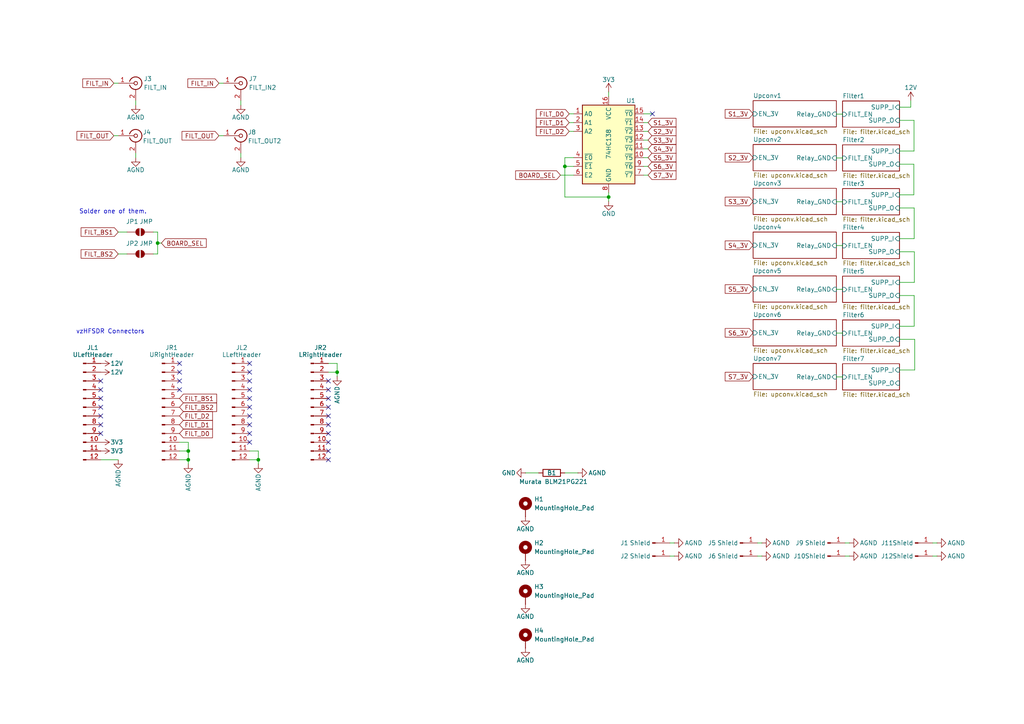
<source format=kicad_sch>
(kicad_sch
	(version 20250114)
	(generator "eeschema")
	(generator_version "9.0")
	(uuid "39ebc730-fe89-4c21-8a61-f7a425e676b0")
	(paper "A4")
	(lib_symbols
		(symbol "74xx:74HC138"
			(exclude_from_sim no)
			(in_bom yes)
			(on_board yes)
			(property "Reference" "U"
				(at -7.62 13.97 0)
				(effects
					(font
						(size 1.27 1.27)
					)
					(justify left bottom)
				)
			)
			(property "Value" "74HC138"
				(at 2.54 -11.43 0)
				(effects
					(font
						(size 1.27 1.27)
					)
					(justify left top)
				)
			)
			(property "Footprint" ""
				(at 0 0 0)
				(effects
					(font
						(size 1.27 1.27)
					)
					(hide yes)
				)
			)
			(property "Datasheet" "http://www.ti.com/lit/ds/symlink/cd74hc238.pdf"
				(at 0 0 0)
				(effects
					(font
						(size 1.27 1.27)
					)
					(hide yes)
				)
			)
			(property "Description" "3-to-8 line decoder/multiplexer inverting, DIP-16/SOIC-16/SSOP-16"
				(at 0 0 0)
				(effects
					(font
						(size 1.27 1.27)
					)
					(hide yes)
				)
			)
			(property "ki_keywords" "demux"
				(at 0 0 0)
				(effects
					(font
						(size 1.27 1.27)
					)
					(hide yes)
				)
			)
			(property "ki_fp_filters" "DIP*W7.62mm* SOIC*3.9x9.9mm*P1.27mm* SSOP*5.3x6.2mm*P0.65mm*"
				(at 0 0 0)
				(effects
					(font
						(size 1.27 1.27)
					)
					(hide yes)
				)
			)
			(symbol "74HC138_0_1"
				(rectangle
					(start -7.62 12.7)
					(end 7.62 -10.16)
					(stroke
						(width 0.254)
						(type default)
					)
					(fill
						(type background)
					)
				)
			)
			(symbol "74HC138_1_1"
				(pin input line
					(at -10.16 10.16 0)
					(length 2.54)
					(name "A0"
						(effects
							(font
								(size 1.27 1.27)
							)
						)
					)
					(number "1"
						(effects
							(font
								(size 1.27 1.27)
							)
						)
					)
				)
				(pin input line
					(at -10.16 7.62 0)
					(length 2.54)
					(name "A1"
						(effects
							(font
								(size 1.27 1.27)
							)
						)
					)
					(number "2"
						(effects
							(font
								(size 1.27 1.27)
							)
						)
					)
				)
				(pin input line
					(at -10.16 5.08 0)
					(length 2.54)
					(name "A2"
						(effects
							(font
								(size 1.27 1.27)
							)
						)
					)
					(number "3"
						(effects
							(font
								(size 1.27 1.27)
							)
						)
					)
				)
				(pin input line
					(at -10.16 -2.54 0)
					(length 2.54)
					(name "~{E0}"
						(effects
							(font
								(size 1.27 1.27)
							)
						)
					)
					(number "4"
						(effects
							(font
								(size 1.27 1.27)
							)
						)
					)
				)
				(pin input line
					(at -10.16 -5.08 0)
					(length 2.54)
					(name "~{E1}"
						(effects
							(font
								(size 1.27 1.27)
							)
						)
					)
					(number "5"
						(effects
							(font
								(size 1.27 1.27)
							)
						)
					)
				)
				(pin input line
					(at -10.16 -7.62 0)
					(length 2.54)
					(name "E2"
						(effects
							(font
								(size 1.27 1.27)
							)
						)
					)
					(number "6"
						(effects
							(font
								(size 1.27 1.27)
							)
						)
					)
				)
				(pin power_in line
					(at 0 15.24 270)
					(length 2.54)
					(name "VCC"
						(effects
							(font
								(size 1.27 1.27)
							)
						)
					)
					(number "16"
						(effects
							(font
								(size 1.27 1.27)
							)
						)
					)
				)
				(pin power_in line
					(at 0 -12.7 90)
					(length 2.54)
					(name "GND"
						(effects
							(font
								(size 1.27 1.27)
							)
						)
					)
					(number "8"
						(effects
							(font
								(size 1.27 1.27)
							)
						)
					)
				)
				(pin output line
					(at 10.16 10.16 180)
					(length 2.54)
					(name "~{Y0}"
						(effects
							(font
								(size 1.27 1.27)
							)
						)
					)
					(number "15"
						(effects
							(font
								(size 1.27 1.27)
							)
						)
					)
				)
				(pin output line
					(at 10.16 7.62 180)
					(length 2.54)
					(name "~{Y1}"
						(effects
							(font
								(size 1.27 1.27)
							)
						)
					)
					(number "14"
						(effects
							(font
								(size 1.27 1.27)
							)
						)
					)
				)
				(pin output line
					(at 10.16 5.08 180)
					(length 2.54)
					(name "~{Y2}"
						(effects
							(font
								(size 1.27 1.27)
							)
						)
					)
					(number "13"
						(effects
							(font
								(size 1.27 1.27)
							)
						)
					)
				)
				(pin output line
					(at 10.16 2.54 180)
					(length 2.54)
					(name "~{Y3}"
						(effects
							(font
								(size 1.27 1.27)
							)
						)
					)
					(number "12"
						(effects
							(font
								(size 1.27 1.27)
							)
						)
					)
				)
				(pin output line
					(at 10.16 0 180)
					(length 2.54)
					(name "~{Y4}"
						(effects
							(font
								(size 1.27 1.27)
							)
						)
					)
					(number "11"
						(effects
							(font
								(size 1.27 1.27)
							)
						)
					)
				)
				(pin output line
					(at 10.16 -2.54 180)
					(length 2.54)
					(name "~{Y5}"
						(effects
							(font
								(size 1.27 1.27)
							)
						)
					)
					(number "10"
						(effects
							(font
								(size 1.27 1.27)
							)
						)
					)
				)
				(pin output line
					(at 10.16 -5.08 180)
					(length 2.54)
					(name "~{Y6}"
						(effects
							(font
								(size 1.27 1.27)
							)
						)
					)
					(number "9"
						(effects
							(font
								(size 1.27 1.27)
							)
						)
					)
				)
				(pin output line
					(at 10.16 -7.62 180)
					(length 2.54)
					(name "~{Y7}"
						(effects
							(font
								(size 1.27 1.27)
							)
						)
					)
					(number "7"
						(effects
							(font
								(size 1.27 1.27)
							)
						)
					)
				)
			)
			(embedded_fonts no)
		)
		(symbol "Connector:Conn_01x01_Pin"
			(pin_names
				(offset 1.016)
				(hide yes)
			)
			(exclude_from_sim no)
			(in_bom yes)
			(on_board yes)
			(property "Reference" "J"
				(at 0 2.54 0)
				(effects
					(font
						(size 1.27 1.27)
					)
				)
			)
			(property "Value" "Conn_01x01_Pin"
				(at 0 -2.54 0)
				(effects
					(font
						(size 1.27 1.27)
					)
				)
			)
			(property "Footprint" ""
				(at 0 0 0)
				(effects
					(font
						(size 1.27 1.27)
					)
					(hide yes)
				)
			)
			(property "Datasheet" "~"
				(at 0 0 0)
				(effects
					(font
						(size 1.27 1.27)
					)
					(hide yes)
				)
			)
			(property "Description" "Generic connector, single row, 01x01, script generated"
				(at 0 0 0)
				(effects
					(font
						(size 1.27 1.27)
					)
					(hide yes)
				)
			)
			(property "ki_locked" ""
				(at 0 0 0)
				(effects
					(font
						(size 1.27 1.27)
					)
				)
			)
			(property "ki_keywords" "connector"
				(at 0 0 0)
				(effects
					(font
						(size 1.27 1.27)
					)
					(hide yes)
				)
			)
			(property "ki_fp_filters" "Connector*:*_1x??_*"
				(at 0 0 0)
				(effects
					(font
						(size 1.27 1.27)
					)
					(hide yes)
				)
			)
			(symbol "Conn_01x01_Pin_1_1"
				(rectangle
					(start 0.8636 0.127)
					(end 0 -0.127)
					(stroke
						(width 0.1524)
						(type default)
					)
					(fill
						(type outline)
					)
				)
				(polyline
					(pts
						(xy 1.27 0) (xy 0.8636 0)
					)
					(stroke
						(width 0.1524)
						(type default)
					)
					(fill
						(type none)
					)
				)
				(pin passive line
					(at 5.08 0 180)
					(length 3.81)
					(name "Pin_1"
						(effects
							(font
								(size 1.27 1.27)
							)
						)
					)
					(number "1"
						(effects
							(font
								(size 1.27 1.27)
							)
						)
					)
				)
			)
			(embedded_fonts no)
		)
		(symbol "Connector:Conn_01x12_Pin"
			(pin_names
				(offset 1.016)
				(hide yes)
			)
			(exclude_from_sim no)
			(in_bom yes)
			(on_board yes)
			(property "Reference" "J"
				(at 0 15.24 0)
				(effects
					(font
						(size 1.27 1.27)
					)
				)
			)
			(property "Value" "Conn_01x12_Pin"
				(at 0 -17.78 0)
				(effects
					(font
						(size 1.27 1.27)
					)
				)
			)
			(property "Footprint" ""
				(at 0 0 0)
				(effects
					(font
						(size 1.27 1.27)
					)
					(hide yes)
				)
			)
			(property "Datasheet" "~"
				(at 0 0 0)
				(effects
					(font
						(size 1.27 1.27)
					)
					(hide yes)
				)
			)
			(property "Description" "Generic connector, single row, 01x12, script generated"
				(at 0 0 0)
				(effects
					(font
						(size 1.27 1.27)
					)
					(hide yes)
				)
			)
			(property "ki_locked" ""
				(at 0 0 0)
				(effects
					(font
						(size 1.27 1.27)
					)
				)
			)
			(property "ki_keywords" "connector"
				(at 0 0 0)
				(effects
					(font
						(size 1.27 1.27)
					)
					(hide yes)
				)
			)
			(property "ki_fp_filters" "Connector*:*_1x??_*"
				(at 0 0 0)
				(effects
					(font
						(size 1.27 1.27)
					)
					(hide yes)
				)
			)
			(symbol "Conn_01x12_Pin_1_1"
				(rectangle
					(start 0.8636 12.827)
					(end 0 12.573)
					(stroke
						(width 0.1524)
						(type default)
					)
					(fill
						(type outline)
					)
				)
				(rectangle
					(start 0.8636 10.287)
					(end 0 10.033)
					(stroke
						(width 0.1524)
						(type default)
					)
					(fill
						(type outline)
					)
				)
				(rectangle
					(start 0.8636 7.747)
					(end 0 7.493)
					(stroke
						(width 0.1524)
						(type default)
					)
					(fill
						(type outline)
					)
				)
				(rectangle
					(start 0.8636 5.207)
					(end 0 4.953)
					(stroke
						(width 0.1524)
						(type default)
					)
					(fill
						(type outline)
					)
				)
				(rectangle
					(start 0.8636 2.667)
					(end 0 2.413)
					(stroke
						(width 0.1524)
						(type default)
					)
					(fill
						(type outline)
					)
				)
				(rectangle
					(start 0.8636 0.127)
					(end 0 -0.127)
					(stroke
						(width 0.1524)
						(type default)
					)
					(fill
						(type outline)
					)
				)
				(rectangle
					(start 0.8636 -2.413)
					(end 0 -2.667)
					(stroke
						(width 0.1524)
						(type default)
					)
					(fill
						(type outline)
					)
				)
				(rectangle
					(start 0.8636 -4.953)
					(end 0 -5.207)
					(stroke
						(width 0.1524)
						(type default)
					)
					(fill
						(type outline)
					)
				)
				(rectangle
					(start 0.8636 -7.493)
					(end 0 -7.747)
					(stroke
						(width 0.1524)
						(type default)
					)
					(fill
						(type outline)
					)
				)
				(rectangle
					(start 0.8636 -10.033)
					(end 0 -10.287)
					(stroke
						(width 0.1524)
						(type default)
					)
					(fill
						(type outline)
					)
				)
				(rectangle
					(start 0.8636 -12.573)
					(end 0 -12.827)
					(stroke
						(width 0.1524)
						(type default)
					)
					(fill
						(type outline)
					)
				)
				(rectangle
					(start 0.8636 -15.113)
					(end 0 -15.367)
					(stroke
						(width 0.1524)
						(type default)
					)
					(fill
						(type outline)
					)
				)
				(polyline
					(pts
						(xy 1.27 12.7) (xy 0.8636 12.7)
					)
					(stroke
						(width 0.1524)
						(type default)
					)
					(fill
						(type none)
					)
				)
				(polyline
					(pts
						(xy 1.27 10.16) (xy 0.8636 10.16)
					)
					(stroke
						(width 0.1524)
						(type default)
					)
					(fill
						(type none)
					)
				)
				(polyline
					(pts
						(xy 1.27 7.62) (xy 0.8636 7.62)
					)
					(stroke
						(width 0.1524)
						(type default)
					)
					(fill
						(type none)
					)
				)
				(polyline
					(pts
						(xy 1.27 5.08) (xy 0.8636 5.08)
					)
					(stroke
						(width 0.1524)
						(type default)
					)
					(fill
						(type none)
					)
				)
				(polyline
					(pts
						(xy 1.27 2.54) (xy 0.8636 2.54)
					)
					(stroke
						(width 0.1524)
						(type default)
					)
					(fill
						(type none)
					)
				)
				(polyline
					(pts
						(xy 1.27 0) (xy 0.8636 0)
					)
					(stroke
						(width 0.1524)
						(type default)
					)
					(fill
						(type none)
					)
				)
				(polyline
					(pts
						(xy 1.27 -2.54) (xy 0.8636 -2.54)
					)
					(stroke
						(width 0.1524)
						(type default)
					)
					(fill
						(type none)
					)
				)
				(polyline
					(pts
						(xy 1.27 -5.08) (xy 0.8636 -5.08)
					)
					(stroke
						(width 0.1524)
						(type default)
					)
					(fill
						(type none)
					)
				)
				(polyline
					(pts
						(xy 1.27 -7.62) (xy 0.8636 -7.62)
					)
					(stroke
						(width 0.1524)
						(type default)
					)
					(fill
						(type none)
					)
				)
				(polyline
					(pts
						(xy 1.27 -10.16) (xy 0.8636 -10.16)
					)
					(stroke
						(width 0.1524)
						(type default)
					)
					(fill
						(type none)
					)
				)
				(polyline
					(pts
						(xy 1.27 -12.7) (xy 0.8636 -12.7)
					)
					(stroke
						(width 0.1524)
						(type default)
					)
					(fill
						(type none)
					)
				)
				(polyline
					(pts
						(xy 1.27 -15.24) (xy 0.8636 -15.24)
					)
					(stroke
						(width 0.1524)
						(type default)
					)
					(fill
						(type none)
					)
				)
				(pin passive line
					(at 5.08 12.7 180)
					(length 3.81)
					(name "Pin_1"
						(effects
							(font
								(size 1.27 1.27)
							)
						)
					)
					(number "1"
						(effects
							(font
								(size 1.27 1.27)
							)
						)
					)
				)
				(pin passive line
					(at 5.08 10.16 180)
					(length 3.81)
					(name "Pin_2"
						(effects
							(font
								(size 1.27 1.27)
							)
						)
					)
					(number "2"
						(effects
							(font
								(size 1.27 1.27)
							)
						)
					)
				)
				(pin passive line
					(at 5.08 7.62 180)
					(length 3.81)
					(name "Pin_3"
						(effects
							(font
								(size 1.27 1.27)
							)
						)
					)
					(number "3"
						(effects
							(font
								(size 1.27 1.27)
							)
						)
					)
				)
				(pin passive line
					(at 5.08 5.08 180)
					(length 3.81)
					(name "Pin_4"
						(effects
							(font
								(size 1.27 1.27)
							)
						)
					)
					(number "4"
						(effects
							(font
								(size 1.27 1.27)
							)
						)
					)
				)
				(pin passive line
					(at 5.08 2.54 180)
					(length 3.81)
					(name "Pin_5"
						(effects
							(font
								(size 1.27 1.27)
							)
						)
					)
					(number "5"
						(effects
							(font
								(size 1.27 1.27)
							)
						)
					)
				)
				(pin passive line
					(at 5.08 0 180)
					(length 3.81)
					(name "Pin_6"
						(effects
							(font
								(size 1.27 1.27)
							)
						)
					)
					(number "6"
						(effects
							(font
								(size 1.27 1.27)
							)
						)
					)
				)
				(pin passive line
					(at 5.08 -2.54 180)
					(length 3.81)
					(name "Pin_7"
						(effects
							(font
								(size 1.27 1.27)
							)
						)
					)
					(number "7"
						(effects
							(font
								(size 1.27 1.27)
							)
						)
					)
				)
				(pin passive line
					(at 5.08 -5.08 180)
					(length 3.81)
					(name "Pin_8"
						(effects
							(font
								(size 1.27 1.27)
							)
						)
					)
					(number "8"
						(effects
							(font
								(size 1.27 1.27)
							)
						)
					)
				)
				(pin passive line
					(at 5.08 -7.62 180)
					(length 3.81)
					(name "Pin_9"
						(effects
							(font
								(size 1.27 1.27)
							)
						)
					)
					(number "9"
						(effects
							(font
								(size 1.27 1.27)
							)
						)
					)
				)
				(pin passive line
					(at 5.08 -10.16 180)
					(length 3.81)
					(name "Pin_10"
						(effects
							(font
								(size 1.27 1.27)
							)
						)
					)
					(number "10"
						(effects
							(font
								(size 1.27 1.27)
							)
						)
					)
				)
				(pin passive line
					(at 5.08 -12.7 180)
					(length 3.81)
					(name "Pin_11"
						(effects
							(font
								(size 1.27 1.27)
							)
						)
					)
					(number "11"
						(effects
							(font
								(size 1.27 1.27)
							)
						)
					)
				)
				(pin passive line
					(at 5.08 -15.24 180)
					(length 3.81)
					(name "Pin_12"
						(effects
							(font
								(size 1.27 1.27)
							)
						)
					)
					(number "12"
						(effects
							(font
								(size 1.27 1.27)
							)
						)
					)
				)
			)
			(embedded_fonts no)
		)
		(symbol "Connector:Conn_Coaxial"
			(pin_names
				(offset 1.016)
				(hide yes)
			)
			(exclude_from_sim no)
			(in_bom yes)
			(on_board yes)
			(property "Reference" "J"
				(at 0.254 3.048 0)
				(effects
					(font
						(size 1.27 1.27)
					)
				)
			)
			(property "Value" "Conn_Coaxial"
				(at 2.921 0 90)
				(effects
					(font
						(size 1.27 1.27)
					)
				)
			)
			(property "Footprint" ""
				(at 0 0 0)
				(effects
					(font
						(size 1.27 1.27)
					)
					(hide yes)
				)
			)
			(property "Datasheet" "~"
				(at 0 0 0)
				(effects
					(font
						(size 1.27 1.27)
					)
					(hide yes)
				)
			)
			(property "Description" "coaxial connector (BNC, SMA, SMB, SMC, Cinch/RCA, LEMO, ...)"
				(at 0 0 0)
				(effects
					(font
						(size 1.27 1.27)
					)
					(hide yes)
				)
			)
			(property "ki_keywords" "BNC SMA SMB SMC LEMO coaxial connector CINCH RCA MCX MMCX U.FL UMRF"
				(at 0 0 0)
				(effects
					(font
						(size 1.27 1.27)
					)
					(hide yes)
				)
			)
			(property "ki_fp_filters" "*BNC* *SMA* *SMB* *SMC* *Cinch* *LEMO* *UMRF* *MCX* *U.FL*"
				(at 0 0 0)
				(effects
					(font
						(size 1.27 1.27)
					)
					(hide yes)
				)
			)
			(symbol "Conn_Coaxial_0_1"
				(polyline
					(pts
						(xy -2.54 0) (xy -0.508 0)
					)
					(stroke
						(width 0)
						(type default)
					)
					(fill
						(type none)
					)
				)
				(arc
					(start 1.778 0)
					(mid 0.222 -1.8079)
					(end -1.778 -0.508)
					(stroke
						(width 0.254)
						(type default)
					)
					(fill
						(type none)
					)
				)
				(arc
					(start -1.778 0.508)
					(mid 0.2221 1.8084)
					(end 1.778 0)
					(stroke
						(width 0.254)
						(type default)
					)
					(fill
						(type none)
					)
				)
				(circle
					(center 0 0)
					(radius 0.508)
					(stroke
						(width 0.2032)
						(type default)
					)
					(fill
						(type none)
					)
				)
				(polyline
					(pts
						(xy 0 -2.54) (xy 0 -1.778)
					)
					(stroke
						(width 0)
						(type default)
					)
					(fill
						(type none)
					)
				)
			)
			(symbol "Conn_Coaxial_1_1"
				(pin passive line
					(at -5.08 0 0)
					(length 2.54)
					(name "In"
						(effects
							(font
								(size 1.27 1.27)
							)
						)
					)
					(number "1"
						(effects
							(font
								(size 1.27 1.27)
							)
						)
					)
				)
				(pin passive line
					(at 0 -5.08 90)
					(length 2.54)
					(name "Ext"
						(effects
							(font
								(size 1.27 1.27)
							)
						)
					)
					(number "2"
						(effects
							(font
								(size 1.27 1.27)
							)
						)
					)
				)
			)
			(embedded_fonts no)
		)
		(symbol "Device:R"
			(pin_numbers
				(hide yes)
			)
			(pin_names
				(offset 0)
			)
			(exclude_from_sim no)
			(in_bom yes)
			(on_board yes)
			(property "Reference" "R"
				(at 2.032 0 90)
				(effects
					(font
						(size 1.27 1.27)
					)
				)
			)
			(property "Value" "R"
				(at 0 0 90)
				(effects
					(font
						(size 1.27 1.27)
					)
				)
			)
			(property "Footprint" ""
				(at -1.778 0 90)
				(effects
					(font
						(size 1.27 1.27)
					)
					(hide yes)
				)
			)
			(property "Datasheet" "~"
				(at 0 0 0)
				(effects
					(font
						(size 1.27 1.27)
					)
					(hide yes)
				)
			)
			(property "Description" "Resistor"
				(at 0 0 0)
				(effects
					(font
						(size 1.27 1.27)
					)
					(hide yes)
				)
			)
			(property "ki_keywords" "R res resistor"
				(at 0 0 0)
				(effects
					(font
						(size 1.27 1.27)
					)
					(hide yes)
				)
			)
			(property "ki_fp_filters" "R_*"
				(at 0 0 0)
				(effects
					(font
						(size 1.27 1.27)
					)
					(hide yes)
				)
			)
			(symbol "R_0_1"
				(rectangle
					(start -1.016 -2.54)
					(end 1.016 2.54)
					(stroke
						(width 0.254)
						(type default)
					)
					(fill
						(type none)
					)
				)
			)
			(symbol "R_1_1"
				(pin passive line
					(at 0 3.81 270)
					(length 1.27)
					(name "~"
						(effects
							(font
								(size 1.27 1.27)
							)
						)
					)
					(number "1"
						(effects
							(font
								(size 1.27 1.27)
							)
						)
					)
				)
				(pin passive line
					(at 0 -3.81 90)
					(length 1.27)
					(name "~"
						(effects
							(font
								(size 1.27 1.27)
							)
						)
					)
					(number "2"
						(effects
							(font
								(size 1.27 1.27)
							)
						)
					)
				)
			)
			(embedded_fonts no)
		)
		(symbol "Jumper:SolderJumper_2_Open"
			(pin_numbers
				(hide yes)
			)
			(pin_names
				(offset 0)
				(hide yes)
			)
			(exclude_from_sim yes)
			(in_bom no)
			(on_board yes)
			(property "Reference" "JP"
				(at 0 2.032 0)
				(effects
					(font
						(size 1.27 1.27)
					)
				)
			)
			(property "Value" "SolderJumper_2_Open"
				(at 0 -2.54 0)
				(effects
					(font
						(size 1.27 1.27)
					)
				)
			)
			(property "Footprint" ""
				(at 0 0 0)
				(effects
					(font
						(size 1.27 1.27)
					)
					(hide yes)
				)
			)
			(property "Datasheet" "~"
				(at 0 0 0)
				(effects
					(font
						(size 1.27 1.27)
					)
					(hide yes)
				)
			)
			(property "Description" "Solder Jumper, 2-pole, open"
				(at 0 0 0)
				(effects
					(font
						(size 1.27 1.27)
					)
					(hide yes)
				)
			)
			(property "ki_keywords" "solder jumper SPST"
				(at 0 0 0)
				(effects
					(font
						(size 1.27 1.27)
					)
					(hide yes)
				)
			)
			(property "ki_fp_filters" "SolderJumper*Open*"
				(at 0 0 0)
				(effects
					(font
						(size 1.27 1.27)
					)
					(hide yes)
				)
			)
			(symbol "SolderJumper_2_Open_0_1"
				(polyline
					(pts
						(xy -0.254 1.016) (xy -0.254 -1.016)
					)
					(stroke
						(width 0)
						(type default)
					)
					(fill
						(type none)
					)
				)
				(arc
					(start -0.254 -1.016)
					(mid -1.2656 0)
					(end -0.254 1.016)
					(stroke
						(width 0)
						(type default)
					)
					(fill
						(type none)
					)
				)
				(arc
					(start -0.254 -1.016)
					(mid -1.2656 0)
					(end -0.254 1.016)
					(stroke
						(width 0)
						(type default)
					)
					(fill
						(type outline)
					)
				)
				(arc
					(start 0.254 1.016)
					(mid 1.2656 0)
					(end 0.254 -1.016)
					(stroke
						(width 0)
						(type default)
					)
					(fill
						(type none)
					)
				)
				(arc
					(start 0.254 1.016)
					(mid 1.2656 0)
					(end 0.254 -1.016)
					(stroke
						(width 0)
						(type default)
					)
					(fill
						(type outline)
					)
				)
				(polyline
					(pts
						(xy 0.254 1.016) (xy 0.254 -1.016)
					)
					(stroke
						(width 0)
						(type default)
					)
					(fill
						(type none)
					)
				)
			)
			(symbol "SolderJumper_2_Open_1_1"
				(pin passive line
					(at -3.81 0 0)
					(length 2.54)
					(name "A"
						(effects
							(font
								(size 1.27 1.27)
							)
						)
					)
					(number "1"
						(effects
							(font
								(size 1.27 1.27)
							)
						)
					)
				)
				(pin passive line
					(at 3.81 0 180)
					(length 2.54)
					(name "B"
						(effects
							(font
								(size 1.27 1.27)
							)
						)
					)
					(number "2"
						(effects
							(font
								(size 1.27 1.27)
							)
						)
					)
				)
			)
			(embedded_fonts no)
		)
		(symbol "Mechanical:MountingHole_Pad"
			(pin_numbers
				(hide yes)
			)
			(pin_names
				(offset 1.016)
				(hide yes)
			)
			(exclude_from_sim yes)
			(in_bom no)
			(on_board yes)
			(property "Reference" "H"
				(at 0 6.35 0)
				(effects
					(font
						(size 1.27 1.27)
					)
				)
			)
			(property "Value" "MountingHole_Pad"
				(at 0 4.445 0)
				(effects
					(font
						(size 1.27 1.27)
					)
				)
			)
			(property "Footprint" ""
				(at 0 0 0)
				(effects
					(font
						(size 1.27 1.27)
					)
					(hide yes)
				)
			)
			(property "Datasheet" "~"
				(at 0 0 0)
				(effects
					(font
						(size 1.27 1.27)
					)
					(hide yes)
				)
			)
			(property "Description" "Mounting Hole with connection"
				(at 0 0 0)
				(effects
					(font
						(size 1.27 1.27)
					)
					(hide yes)
				)
			)
			(property "ki_keywords" "mounting hole"
				(at 0 0 0)
				(effects
					(font
						(size 1.27 1.27)
					)
					(hide yes)
				)
			)
			(property "ki_fp_filters" "MountingHole*Pad*"
				(at 0 0 0)
				(effects
					(font
						(size 1.27 1.27)
					)
					(hide yes)
				)
			)
			(symbol "MountingHole_Pad_0_1"
				(circle
					(center 0 1.27)
					(radius 1.27)
					(stroke
						(width 1.27)
						(type default)
					)
					(fill
						(type none)
					)
				)
			)
			(symbol "MountingHole_Pad_1_1"
				(pin input line
					(at 0 -2.54 90)
					(length 2.54)
					(name "1"
						(effects
							(font
								(size 1.27 1.27)
							)
						)
					)
					(number "1"
						(effects
							(font
								(size 1.27 1.27)
							)
						)
					)
				)
			)
			(embedded_fonts no)
		)
		(symbol "power:+12V"
			(power)
			(pin_numbers
				(hide yes)
			)
			(pin_names
				(offset 0)
				(hide yes)
			)
			(exclude_from_sim no)
			(in_bom yes)
			(on_board yes)
			(property "Reference" "#PWR"
				(at 0 -3.81 0)
				(effects
					(font
						(size 1.27 1.27)
					)
					(hide yes)
				)
			)
			(property "Value" "+12V"
				(at 0 3.556 0)
				(effects
					(font
						(size 1.27 1.27)
					)
				)
			)
			(property "Footprint" ""
				(at 0 0 0)
				(effects
					(font
						(size 1.27 1.27)
					)
					(hide yes)
				)
			)
			(property "Datasheet" ""
				(at 0 0 0)
				(effects
					(font
						(size 1.27 1.27)
					)
					(hide yes)
				)
			)
			(property "Description" "Power symbol creates a global label with name \"+12V\""
				(at 0 0 0)
				(effects
					(font
						(size 1.27 1.27)
					)
					(hide yes)
				)
			)
			(property "ki_keywords" "global power"
				(at 0 0 0)
				(effects
					(font
						(size 1.27 1.27)
					)
					(hide yes)
				)
			)
			(symbol "+12V_0_1"
				(polyline
					(pts
						(xy -0.762 1.27) (xy 0 2.54)
					)
					(stroke
						(width 0)
						(type default)
					)
					(fill
						(type none)
					)
				)
				(polyline
					(pts
						(xy 0 2.54) (xy 0.762 1.27)
					)
					(stroke
						(width 0)
						(type default)
					)
					(fill
						(type none)
					)
				)
				(polyline
					(pts
						(xy 0 0) (xy 0 2.54)
					)
					(stroke
						(width 0)
						(type default)
					)
					(fill
						(type none)
					)
				)
			)
			(symbol "+12V_1_1"
				(pin power_in line
					(at 0 0 90)
					(length 0)
					(name "~"
						(effects
							(font
								(size 1.27 1.27)
							)
						)
					)
					(number "1"
						(effects
							(font
								(size 1.27 1.27)
							)
						)
					)
				)
			)
			(embedded_fonts no)
		)
		(symbol "power:+3V3"
			(power)
			(pin_numbers
				(hide yes)
			)
			(pin_names
				(offset 0)
				(hide yes)
			)
			(exclude_from_sim no)
			(in_bom yes)
			(on_board yes)
			(property "Reference" "#PWR"
				(at 0 -3.81 0)
				(effects
					(font
						(size 1.27 1.27)
					)
					(hide yes)
				)
			)
			(property "Value" "+3V3"
				(at 0 3.556 0)
				(effects
					(font
						(size 1.27 1.27)
					)
				)
			)
			(property "Footprint" ""
				(at 0 0 0)
				(effects
					(font
						(size 1.27 1.27)
					)
					(hide yes)
				)
			)
			(property "Datasheet" ""
				(at 0 0 0)
				(effects
					(font
						(size 1.27 1.27)
					)
					(hide yes)
				)
			)
			(property "Description" "Power symbol creates a global label with name \"+3V3\""
				(at 0 0 0)
				(effects
					(font
						(size 1.27 1.27)
					)
					(hide yes)
				)
			)
			(property "ki_keywords" "global power"
				(at 0 0 0)
				(effects
					(font
						(size 1.27 1.27)
					)
					(hide yes)
				)
			)
			(symbol "+3V3_0_1"
				(polyline
					(pts
						(xy -0.762 1.27) (xy 0 2.54)
					)
					(stroke
						(width 0)
						(type default)
					)
					(fill
						(type none)
					)
				)
				(polyline
					(pts
						(xy 0 2.54) (xy 0.762 1.27)
					)
					(stroke
						(width 0)
						(type default)
					)
					(fill
						(type none)
					)
				)
				(polyline
					(pts
						(xy 0 0) (xy 0 2.54)
					)
					(stroke
						(width 0)
						(type default)
					)
					(fill
						(type none)
					)
				)
			)
			(symbol "+3V3_1_1"
				(pin power_in line
					(at 0 0 90)
					(length 0)
					(name "~"
						(effects
							(font
								(size 1.27 1.27)
							)
						)
					)
					(number "1"
						(effects
							(font
								(size 1.27 1.27)
							)
						)
					)
				)
			)
			(embedded_fonts no)
		)
		(symbol "power:GND"
			(power)
			(pin_numbers
				(hide yes)
			)
			(pin_names
				(offset 0)
				(hide yes)
			)
			(exclude_from_sim no)
			(in_bom yes)
			(on_board yes)
			(property "Reference" "#PWR"
				(at 0 -6.35 0)
				(effects
					(font
						(size 1.27 1.27)
					)
					(hide yes)
				)
			)
			(property "Value" "GND"
				(at 0 -3.81 0)
				(effects
					(font
						(size 1.27 1.27)
					)
				)
			)
			(property "Footprint" ""
				(at 0 0 0)
				(effects
					(font
						(size 1.27 1.27)
					)
					(hide yes)
				)
			)
			(property "Datasheet" ""
				(at 0 0 0)
				(effects
					(font
						(size 1.27 1.27)
					)
					(hide yes)
				)
			)
			(property "Description" "Power symbol creates a global label with name \"GND\" , ground"
				(at 0 0 0)
				(effects
					(font
						(size 1.27 1.27)
					)
					(hide yes)
				)
			)
			(property "ki_keywords" "global power"
				(at 0 0 0)
				(effects
					(font
						(size 1.27 1.27)
					)
					(hide yes)
				)
			)
			(symbol "GND_0_1"
				(polyline
					(pts
						(xy 0 0) (xy 0 -1.27) (xy 1.27 -1.27) (xy 0 -2.54) (xy -1.27 -1.27) (xy 0 -1.27)
					)
					(stroke
						(width 0)
						(type default)
					)
					(fill
						(type none)
					)
				)
			)
			(symbol "GND_1_1"
				(pin power_in line
					(at 0 0 270)
					(length 0)
					(name "~"
						(effects
							(font
								(size 1.27 1.27)
							)
						)
					)
					(number "1"
						(effects
							(font
								(size 1.27 1.27)
							)
						)
					)
				)
			)
			(embedded_fonts no)
		)
	)
	(text "Solder one of them."
		(exclude_from_sim no)
		(at 32.766 61.468 0)
		(effects
			(font
				(size 1.27 1.27)
			)
		)
		(uuid "c5dd9f10-d12d-49ee-be55-029327b361ac")
	)
	(text "vzHFSDR Connectors\n"
		(exclude_from_sim no)
		(at 32.004 96.266 0)
		(effects
			(font
				(size 1.27 1.27)
			)
		)
		(uuid "f2fa88bb-94d8-4683-9ffa-6b4cfb01398c")
	)
	(junction
		(at 74.93 133.35)
		(diameter 0)
		(color 0 0 0 0)
		(uuid "118861d1-787a-48c8-a6f9-9153b02da812")
	)
	(junction
		(at 97.79 107.95)
		(diameter 0)
		(color 0 0 0 0)
		(uuid "30dc3c14-1ab2-4a12-8b15-2287cf2a9331")
	)
	(junction
		(at 54.61 133.35)
		(diameter 0)
		(color 0 0 0 0)
		(uuid "327ff360-9c59-492b-8982-39ff06c8600a")
	)
	(junction
		(at 163.83 48.26)
		(diameter 0)
		(color 0 0 0 0)
		(uuid "816bb3de-3027-43ce-8844-06e233759bac")
	)
	(junction
		(at 45.72 70.5035)
		(diameter 0)
		(color 0 0 0 0)
		(uuid "828d5247-f144-45d4-a432-71b56b0ef022")
	)
	(junction
		(at 176.53 57.15)
		(diameter 0)
		(color 0 0 0 0)
		(uuid "d1a8fd87-694a-417a-b087-0e87d6a1dcde")
	)
	(junction
		(at 54.61 130.81)
		(diameter 0)
		(color 0 0 0 0)
		(uuid "ffd57d0d-65c1-403c-b21b-253fc99773e7")
	)
	(no_connect
		(at 29.21 123.19)
		(uuid "16614a31-44e0-4e00-9761-5b907696056f")
	)
	(no_connect
		(at 52.07 113.03)
		(uuid "252f2206-7cf0-4742-b1c7-0c1066aeb901")
	)
	(no_connect
		(at 95.25 118.11)
		(uuid "2a3b84d6-c5f6-41c9-866c-488f614498a7")
	)
	(no_connect
		(at 72.39 125.73)
		(uuid "2e4addff-e8c4-4b9f-be1c-ab011b2d78ec")
	)
	(no_connect
		(at 95.25 113.03)
		(uuid "33b7182b-9957-4138-a44f-530b4e18f60c")
	)
	(no_connect
		(at 95.25 133.35)
		(uuid "3be7ea78-57a0-41c6-9263-1095293cee69")
	)
	(no_connect
		(at 29.21 113.03)
		(uuid "3d339135-f82e-4add-aa04-17bdf2321561")
	)
	(no_connect
		(at 72.39 120.65)
		(uuid "3dac186d-db8a-4380-b4a6-7affeb4a18ac")
	)
	(no_connect
		(at 72.39 105.41)
		(uuid "41a810b3-e0dd-4b81-87b0-f46fb997326f")
	)
	(no_connect
		(at 72.39 128.27)
		(uuid "42c773a6-2ece-4c30-831f-f930ef7a6366")
	)
	(no_connect
		(at 95.25 115.57)
		(uuid "4431b52f-7619-4609-a251-a3c673efb4c0")
	)
	(no_connect
		(at 72.39 107.95)
		(uuid "46cd8a3e-bd73-4e3b-8935-90ea08752027")
	)
	(no_connect
		(at 52.07 110.49)
		(uuid "4a042118-8f46-40b4-a661-3111f4d29e5d")
	)
	(no_connect
		(at 95.25 110.49)
		(uuid "4d6da298-4043-44e8-9d00-8f915254a577")
	)
	(no_connect
		(at 95.25 130.81)
		(uuid "5386706d-891a-43ab-86ae-0fa1399a9a20")
	)
	(no_connect
		(at 95.25 123.19)
		(uuid "645965e0-ed80-4c39-8805-e9b542bb821c")
	)
	(no_connect
		(at 72.39 123.19)
		(uuid "6d86f18d-8f73-43b2-86f4-88d83b062e74")
	)
	(no_connect
		(at 72.39 110.49)
		(uuid "78955935-936f-4971-9854-d1412eb6e926")
	)
	(no_connect
		(at 189.23 33.02)
		(uuid "79ef41aa-e35d-4eb4-abcd-67089cb43373")
	)
	(no_connect
		(at 95.25 120.65)
		(uuid "910ca57f-62db-4f5b-bd5e-76a30ea2e4ce")
	)
	(no_connect
		(at 72.39 118.11)
		(uuid "959289d1-bb7b-402e-8f4c-80a0e94a2094")
	)
	(no_connect
		(at 52.07 105.41)
		(uuid "987eda2e-6de8-43ed-a966-fc9e752d19b8")
	)
	(no_connect
		(at 72.39 113.03)
		(uuid "9adefcd8-c84a-499a-8d08-a816f9b569ee")
	)
	(no_connect
		(at 72.39 115.57)
		(uuid "acb3e426-5ceb-406c-bfdb-e996b1c7789d")
	)
	(no_connect
		(at 29.21 115.57)
		(uuid "c330d0b9-6d49-41db-9273-f68d10d778ac")
	)
	(no_connect
		(at 29.21 120.65)
		(uuid "c68ba37c-929d-4111-97de-c2dc8c3874a7")
	)
	(no_connect
		(at 52.07 107.95)
		(uuid "cec9917d-5ee9-4fbc-99aa-c0cc9552dc4f")
	)
	(no_connect
		(at 95.25 125.73)
		(uuid "d4548193-0df1-4a13-8ada-96c91cfac22d")
	)
	(no_connect
		(at 29.21 118.11)
		(uuid "d56dcd3f-ca25-4498-bbf1-81040c695363")
	)
	(no_connect
		(at 95.25 128.27)
		(uuid "deb26cab-633a-4c43-9c22-8eec22284f6e")
	)
	(no_connect
		(at 29.21 110.49)
		(uuid "e071760f-433c-4ff6-a5ff-633fc87dc848")
	)
	(no_connect
		(at 29.21 125.73)
		(uuid "e794ba7b-cc13-41de-b7d1-7436c802bc0c")
	)
	(wire
		(pts
			(xy 29.21 133.35) (xy 34.29 133.35)
		)
		(stroke
			(width 0)
			(type default)
		)
		(uuid "0237b5c2-9af5-493e-8005-1097a5194ced")
	)
	(wire
		(pts
			(xy 260.8915 85.7198) (xy 265.152 85.7198)
		)
		(stroke
			(width 0)
			(type default)
		)
		(uuid "05b31cf8-55e0-4fb1-8c14-78e0ff7e7080")
	)
	(wire
		(pts
			(xy 97.79 109.22) (xy 97.79 107.95)
		)
		(stroke
			(width 0)
			(type default)
		)
		(uuid "0776cdcd-8d68-4244-965d-da9ccaf0ac72")
	)
	(wire
		(pts
			(xy 244.3815 33.1007) (xy 244.3815 33.1633)
		)
		(stroke
			(width 0)
			(type default)
		)
		(uuid "07f76171-c126-4f61-902e-5060126aee17")
	)
	(wire
		(pts
			(xy 265.3092 107.3098) (xy 265.3092 98.4198)
		)
		(stroke
			(width 0)
			(type default)
		)
		(uuid "0909987e-9012-4b37-8da8-37c6996a8ece")
	)
	(wire
		(pts
			(xy 165.1 35.56) (xy 166.37 35.56)
		)
		(stroke
			(width 0)
			(type default)
		)
		(uuid "0bd577d1-8e43-4f4a-809b-e84b03e663c8")
	)
	(wire
		(pts
			(xy 165.1 33.02) (xy 166.37 33.02)
		)
		(stroke
			(width 0)
			(type default)
		)
		(uuid "0c466ff0-209f-4a28-8af5-9db21c8a219c")
	)
	(wire
		(pts
			(xy 69.85 29.21) (xy 69.85 30.48)
		)
		(stroke
			(width 0)
			(type default)
		)
		(uuid "0da2a681-1df1-43ad-a51f-094ca003cc5e")
	)
	(wire
		(pts
			(xy 265.3092 98.4198) (xy 260.8915 98.4198)
		)
		(stroke
			(width 0)
			(type default)
		)
		(uuid "0f1f2409-8f16-4e56-9fdc-72d2f5082c78")
	)
	(wire
		(pts
			(xy 260.8915 107.3098) (xy 265.3092 107.3098)
		)
		(stroke
			(width 0)
			(type default)
		)
		(uuid "11173023-5d21-4b66-831c-572e9b335668")
	)
	(wire
		(pts
			(xy 186.69 35.56) (xy 187.96 35.56)
		)
		(stroke
			(width 0)
			(type default)
		)
		(uuid "132a7d2e-ea3c-4487-adca-ba9037ce3b0f")
	)
	(wire
		(pts
			(xy 244.3815 109.315) (xy 242.57 109.315)
		)
		(stroke
			(width 0)
			(type default)
		)
		(uuid "17a5a910-f8d5-4c5d-bcc0-fe4225b35711")
	)
	(wire
		(pts
			(xy 176.53 26.67) (xy 176.53 27.94)
		)
		(stroke
			(width 0)
			(type default)
		)
		(uuid "18a577e8-81b9-406a-ad5f-5df5fb14a548")
	)
	(wire
		(pts
			(xy 186.69 50.8) (xy 187.96 50.8)
		)
		(stroke
			(width 0)
			(type default)
		)
		(uuid "18bf7ce5-9c9b-4777-91dd-023f3dd23ff0")
	)
	(wire
		(pts
			(xy 244.3815 71.215) (xy 244.3815 71.2776)
		)
		(stroke
			(width 0)
			(type default)
		)
		(uuid "199ece56-7c6f-4008-a46a-c7c71f84a7c5")
	)
	(wire
		(pts
			(xy 265.2018 73.0198) (xy 265.2018 81.9098)
		)
		(stroke
			(width 0)
			(type default)
		)
		(uuid "19fffb2e-0a45-4ffb-879e-f8cd4624d909")
	)
	(wire
		(pts
			(xy 97.79 107.95) (xy 97.79 105.41)
		)
		(stroke
			(width 0)
			(type default)
		)
		(uuid "1b89eac1-e895-4cb7-b50c-5f8a52e9673d")
	)
	(wire
		(pts
			(xy 260.8915 47.6198) (xy 265.0526 47.6198)
		)
		(stroke
			(width 0)
			(type default)
		)
		(uuid "23e23555-0fde-4bea-a544-b9484d80c9b5")
	)
	(wire
		(pts
			(xy 244.3815 71.215) (xy 242.57 71.215)
		)
		(stroke
			(width 0)
			(type default)
		)
		(uuid "25a6117c-e6fb-4ba3-bd40-64968a2bd5e3")
	)
	(wire
		(pts
			(xy 95.25 105.41) (xy 97.79 105.41)
		)
		(stroke
			(width 0)
			(type default)
		)
		(uuid "263ae40a-8cab-4412-86f8-358174235cc3")
	)
	(wire
		(pts
			(xy 242.57 109.315) (xy 242.57 109.3202)
		)
		(stroke
			(width 0)
			(type default)
		)
		(uuid "29031658-ce37-4c63-9cf5-96e9c3b6cbd6")
	)
	(wire
		(pts
			(xy 244.3815 58.515) (xy 244.3815 58.5776)
		)
		(stroke
			(width 0)
			(type default)
		)
		(uuid "290e2ca4-ba6a-46c4-b853-72a9e680944c")
	)
	(wire
		(pts
			(xy 186.69 40.64) (xy 187.96 40.64)
		)
		(stroke
			(width 0)
			(type default)
		)
		(uuid "2c1cad49-18a7-4af8-a68a-2be85edf618a")
	)
	(wire
		(pts
			(xy 265.152 60.3198) (xy 265.152 69.2098)
		)
		(stroke
			(width 0)
			(type default)
		)
		(uuid "2d0c9967-c010-438e-b1bf-de51dbc77030")
	)
	(wire
		(pts
			(xy 260.8915 73.0198) (xy 265.2018 73.0198)
		)
		(stroke
			(width 0)
			(type default)
		)
		(uuid "385a08a5-0c3e-4781-adfc-0dc1cccab58b")
	)
	(wire
		(pts
			(xy 162.56 50.8) (xy 166.37 50.8)
		)
		(stroke
			(width 0)
			(type default)
		)
		(uuid "41367cdf-1f98-43ea-8d50-c1c3e0d13e48")
	)
	(wire
		(pts
			(xy 264.16 29.21) (xy 264.16 31.0955)
		)
		(stroke
			(width 0)
			(type default)
		)
		(uuid "4467c550-1e16-40b8-8be9-019694f7aa93")
	)
	(wire
		(pts
			(xy 34.29 73.66) (xy 36.83 73.66)
		)
		(stroke
			(width 0)
			(type default)
		)
		(uuid "4691c646-01cb-49cd-b0ec-d6bdba5d7d86")
	)
	(wire
		(pts
			(xy 52.07 130.81) (xy 54.61 130.81)
		)
		(stroke
			(width 0)
			(type default)
		)
		(uuid "4db245c8-424c-4bde-b313-6fd5fce219b9")
	)
	(wire
		(pts
			(xy 33.02 24.13) (xy 34.29 24.13)
		)
		(stroke
			(width 0)
			(type default)
		)
		(uuid "509ea31a-c6bd-425f-8d17-25450cc5efa8")
	)
	(wire
		(pts
			(xy 244.3815 83.915) (xy 244.3815 83.9776)
		)
		(stroke
			(width 0)
			(type default)
		)
		(uuid "53149d31-a807-4d8a-9e3b-91ede905c880")
	)
	(wire
		(pts
			(xy 260.8915 31.0955) (xy 264.16 31.0955)
		)
		(stroke
			(width 0)
			(type default)
		)
		(uuid "5411c980-909c-4b19-af85-ab91c61c5c2f")
	)
	(wire
		(pts
			(xy 265.152 69.2098) (xy 260.8915 69.2098)
		)
		(stroke
			(width 0)
			(type default)
		)
		(uuid "5596fb31-9bfb-4c6a-8e97-71f615f483ef")
	)
	(wire
		(pts
			(xy 74.93 134.62) (xy 74.93 133.35)
		)
		(stroke
			(width 0)
			(type default)
		)
		(uuid "670de319-dc6f-4e81-93f6-77cf62ee727d")
	)
	(wire
		(pts
			(xy 165.1 38.1) (xy 166.37 38.1)
		)
		(stroke
			(width 0)
			(type default)
		)
		(uuid "6bb13707-95cb-437b-989f-0eee2df59f4c")
	)
	(wire
		(pts
			(xy 244.3815 83.915) (xy 242.57 83.915)
		)
		(stroke
			(width 0)
			(type default)
		)
		(uuid "6ceb91ba-c012-4381-8c5e-fde74edf55b6")
	)
	(wire
		(pts
			(xy 166.37 48.26) (xy 163.83 48.26)
		)
		(stroke
			(width 0)
			(type default)
		)
		(uuid "6d20e167-9293-48f0-8b39-3e863a9b767e")
	)
	(wire
		(pts
			(xy 44.45 73.66) (xy 45.72 73.66)
		)
		(stroke
			(width 0)
			(type default)
		)
		(uuid "73e1a7ca-3ccd-4d64-9feb-e62adbb46971")
	)
	(wire
		(pts
			(xy 72.39 133.35) (xy 74.93 133.35)
		)
		(stroke
			(width 0)
			(type default)
		)
		(uuid "772e34f9-f5ef-444f-bb5a-89c24a49e907")
	)
	(wire
		(pts
			(xy 176.53 57.15) (xy 176.53 55.88)
		)
		(stroke
			(width 0)
			(type default)
		)
		(uuid "778df058-e1e3-40bb-883f-e91dddf59551")
	)
	(wire
		(pts
			(xy 44.45 67.31) (xy 45.72 67.31)
		)
		(stroke
			(width 0)
			(type default)
		)
		(uuid "7999ece7-032b-4e38-acee-2861c961e3d5")
	)
	(wire
		(pts
			(xy 244.3815 45.815) (xy 244.3815 45.8776)
		)
		(stroke
			(width 0)
			(type default)
		)
		(uuid "7afb4f4c-8297-4d73-9d97-a130a336859f")
	)
	(wire
		(pts
			(xy 260.8915 60.3198) (xy 265.152 60.3198)
		)
		(stroke
			(width 0)
			(type default)
		)
		(uuid "8245f7d7-a2b9-4265-9bd7-adadb8fcc75c")
	)
	(wire
		(pts
			(xy 39.37 29.21) (xy 39.37 30.48)
		)
		(stroke
			(width 0)
			(type default)
		)
		(uuid "831ec569-c137-4933-bccf-d88b3a72a11f")
	)
	(wire
		(pts
			(xy 194.31 157.48) (xy 195.58 157.48)
		)
		(stroke
			(width 0)
			(type default)
		)
		(uuid "87a3838c-6d4a-49ad-94c0-220f73295a55")
	)
	(wire
		(pts
			(xy 74.93 133.35) (xy 74.93 130.81)
		)
		(stroke
			(width 0)
			(type default)
		)
		(uuid "8983654c-0bdb-4dd1-b986-d38dae0bb89b")
	)
	(wire
		(pts
			(xy 242.57 33.1007) (xy 242.57 33.1059)
		)
		(stroke
			(width 0)
			(type default)
		)
		(uuid "8a66515b-1d17-4cc9-a49c-3ca6394cdb39")
	)
	(wire
		(pts
			(xy 69.85 44.45) (xy 69.85 45.72)
		)
		(stroke
			(width 0)
			(type default)
		)
		(uuid "8b63248c-2aaf-4445-9e14-cbde96841ffc")
	)
	(wire
		(pts
			(xy 260.8915 34.9055) (xy 265.1023 34.9055)
		)
		(stroke
			(width 0)
			(type default)
		)
		(uuid "8bdd604e-35d5-4d11-b72c-18e9b40f1ac4")
	)
	(wire
		(pts
			(xy 33.02 39.37) (xy 34.29 39.37)
		)
		(stroke
			(width 0)
			(type default)
		)
		(uuid "8e69016f-fe2f-4f0e-bb1b-5de1b08f2c77")
	)
	(wire
		(pts
			(xy 244.3815 33.1007) (xy 242.57 33.1007)
		)
		(stroke
			(width 0)
			(type default)
		)
		(uuid "90cadcd6-301b-4e4f-8784-2c824a7a5338")
	)
	(wire
		(pts
			(xy 242.57 96.615) (xy 242.57 96.6202)
		)
		(stroke
			(width 0)
			(type default)
		)
		(uuid "95220f68-5df2-49c7-9edb-cb697086ced5")
	)
	(wire
		(pts
			(xy 219.71 157.48) (xy 220.98 157.48)
		)
		(stroke
			(width 0)
			(type default)
		)
		(uuid "95ca9a39-75f9-4e15-8ec8-8b6b9ca479d4")
	)
	(wire
		(pts
			(xy 244.3815 96.615) (xy 244.3815 96.6776)
		)
		(stroke
			(width 0)
			(type default)
		)
		(uuid "95d4713e-8b8b-4c68-8f54-c6108273a87f")
	)
	(wire
		(pts
			(xy 265.0526 47.6198) (xy 265.0526 56.5098)
		)
		(stroke
			(width 0)
			(type default)
		)
		(uuid "95dce4b6-4838-456b-bc9f-c41b2fb480df")
	)
	(wire
		(pts
			(xy 265.152 94.6317) (xy 260.8915 94.6317)
		)
		(stroke
			(width 0)
			(type default)
		)
		(uuid "96e8be97-762b-4ddf-aa88-39abb547077f")
	)
	(wire
		(pts
			(xy 242.57 58.515) (xy 242.57 58.5202)
		)
		(stroke
			(width 0)
			(type default)
		)
		(uuid "975bef7f-bc0a-4754-a759-3b146af473c9")
	)
	(wire
		(pts
			(xy 244.3815 96.615) (xy 242.57 96.615)
		)
		(stroke
			(width 0)
			(type default)
		)
		(uuid "982425d1-bfab-4334-928f-369b0b65edc3")
	)
	(wire
		(pts
			(xy 39.37 44.45) (xy 39.37 45.72)
		)
		(stroke
			(width 0)
			(type default)
		)
		(uuid "98c60651-88eb-4be6-91bc-6cd37eb302e9")
	)
	(wire
		(pts
			(xy 244.3815 109.315) (xy 244.3815 109.3776)
		)
		(stroke
			(width 0)
			(type default)
		)
		(uuid "9991bb1c-0651-495d-9df9-74ef1ccf5371")
	)
	(wire
		(pts
			(xy 163.83 137.16) (xy 167.64 137.16)
		)
		(stroke
			(width 0)
			(type default)
		)
		(uuid "9a9b1959-6ff1-4c9e-9e30-2d0c2c9ffddd")
	)
	(wire
		(pts
			(xy 54.61 133.35) (xy 54.61 130.81)
		)
		(stroke
			(width 0)
			(type default)
		)
		(uuid "9d5d0e6f-7962-4645-a7bc-4cb623d32358")
	)
	(wire
		(pts
			(xy 186.69 38.1) (xy 187.96 38.1)
		)
		(stroke
			(width 0)
			(type default)
		)
		(uuid "9de661f6-4648-4c0b-878a-e7d44df1b1b9")
	)
	(wire
		(pts
			(xy 244.3815 45.815) (xy 242.57 45.815)
		)
		(stroke
			(width 0)
			(type default)
		)
		(uuid "9e83ced3-079b-4928-8d54-a983cc09b932")
	)
	(wire
		(pts
			(xy 242.57 45.815) (xy 242.57 45.8202)
		)
		(stroke
			(width 0)
			(type default)
		)
		(uuid "a47c8626-0677-47c8-b7c2-ca3889d1d93a")
	)
	(wire
		(pts
			(xy 265.1023 43.8098) (xy 260.8915 43.8098)
		)
		(stroke
			(width 0)
			(type default)
		)
		(uuid "a7b09422-443f-4dc7-ab7f-c7dbafddb669")
	)
	(wire
		(pts
			(xy 176.53 57.15) (xy 176.53 58.42)
		)
		(stroke
			(width 0)
			(type default)
		)
		(uuid "aa8956ae-c56c-48ff-a47a-fc0d8bf7c4c3")
	)
	(wire
		(pts
			(xy 245.11 157.48) (xy 246.38 157.48)
		)
		(stroke
			(width 0)
			(type default)
		)
		(uuid "ab4683dd-17d3-4535-b49b-7af069683ca5")
	)
	(wire
		(pts
			(xy 152.4 137.16) (xy 156.21 137.16)
		)
		(stroke
			(width 0)
			(type default)
		)
		(uuid "ac084344-4480-4505-990a-c3925bbff97c")
	)
	(wire
		(pts
			(xy 219.71 161.29) (xy 220.98 161.29)
		)
		(stroke
			(width 0)
			(type default)
		)
		(uuid "ae0e277c-63fa-46d2-86ca-31cea7ecba71")
	)
	(wire
		(pts
			(xy 72.39 130.81) (xy 74.93 130.81)
		)
		(stroke
			(width 0)
			(type default)
		)
		(uuid "ae3dcd52-474f-4ba1-9018-c3e5d4d3712d")
	)
	(wire
		(pts
			(xy 163.83 48.26) (xy 163.83 57.15)
		)
		(stroke
			(width 0)
			(type default)
		)
		(uuid "afaba750-23af-4cb2-9ce2-2d18c6eaa028")
	)
	(wire
		(pts
			(xy 242.57 83.915) (xy 242.57 83.9202)
		)
		(stroke
			(width 0)
			(type default)
		)
		(uuid "b19dc96a-e1c5-46ee-96ce-eacd14c68b7b")
	)
	(wire
		(pts
			(xy 95.25 107.95) (xy 97.79 107.95)
		)
		(stroke
			(width 0)
			(type default)
		)
		(uuid "b446161d-3417-49ce-bfd1-0dba0f49be27")
	)
	(wire
		(pts
			(xy 45.72 67.31) (xy 45.72 70.5035)
		)
		(stroke
			(width 0)
			(type default)
		)
		(uuid "b6327742-2953-4b74-b7bd-7102a3187f28")
	)
	(wire
		(pts
			(xy 270.51 157.48) (xy 271.78 157.48)
		)
		(stroke
			(width 0)
			(type default)
		)
		(uuid "b9195b61-67c6-4999-bc10-4e0fe00b96b4")
	)
	(wire
		(pts
			(xy 186.69 43.18) (xy 187.96 43.18)
		)
		(stroke
			(width 0)
			(type default)
		)
		(uuid "bc5e1238-6c8e-4502-9d52-b4250777abf3")
	)
	(wire
		(pts
			(xy 265.1023 34.9055) (xy 265.1023 43.8098)
		)
		(stroke
			(width 0)
			(type default)
		)
		(uuid "bd287774-3c37-4b40-8162-89c130e313ab")
	)
	(wire
		(pts
			(xy 54.61 130.81) (xy 54.61 128.27)
		)
		(stroke
			(width 0)
			(type default)
		)
		(uuid "c05a40c2-ffcf-4211-94f5-144aeea051e5")
	)
	(wire
		(pts
			(xy 54.61 134.62) (xy 54.61 133.35)
		)
		(stroke
			(width 0)
			(type default)
		)
		(uuid "c38a99d7-74e7-4e1b-b167-96b4241e2fb2")
	)
	(wire
		(pts
			(xy 54.61 128.27) (xy 52.07 128.27)
		)
		(stroke
			(width 0)
			(type default)
		)
		(uuid "c4edb570-2382-4e98-a7c6-21647720b75a")
	)
	(wire
		(pts
			(xy 265.2018 81.9098) (xy 260.8915 81.9098)
		)
		(stroke
			(width 0)
			(type default)
		)
		(uuid "ce77df14-2e9a-4d55-8270-0615fa250ded")
	)
	(wire
		(pts
			(xy 45.72 70.5035) (xy 46.808 70.5035)
		)
		(stroke
			(width 0)
			(type default)
		)
		(uuid "d30f0015-7101-42de-9669-6234f6e9a67a")
	)
	(wire
		(pts
			(xy 265.0526 56.5098) (xy 260.8915 56.5098)
		)
		(stroke
			(width 0)
			(type default)
		)
		(uuid "d386bd0a-248e-4db0-abc0-23dad02ecf8c")
	)
	(wire
		(pts
			(xy 260.8915 94.6317) (xy 260.8915 94.6098)
		)
		(stroke
			(width 0)
			(type default)
		)
		(uuid "d4a18e21-1ac7-45b9-b6f9-dd250a7e2162")
	)
	(wire
		(pts
			(xy 166.37 45.72) (xy 163.83 45.72)
		)
		(stroke
			(width 0)
			(type default)
		)
		(uuid "d8650f68-7ee2-4059-b28f-79bb5783502f")
	)
	(wire
		(pts
			(xy 52.07 133.35) (xy 54.61 133.35)
		)
		(stroke
			(width 0)
			(type default)
		)
		(uuid "db5610d4-a985-4617-bda7-9f9a3239faed")
	)
	(wire
		(pts
			(xy 245.11 161.29) (xy 246.38 161.29)
		)
		(stroke
			(width 0)
			(type default)
		)
		(uuid "dd7f7b23-aea7-4cb3-9413-9e9655827236")
	)
	(wire
		(pts
			(xy 186.69 45.72) (xy 187.96 45.72)
		)
		(stroke
			(width 0)
			(type default)
		)
		(uuid "df27c32d-2549-4de4-85aa-b2efc45ef08c")
	)
	(wire
		(pts
			(xy 63.5 24.13) (xy 64.77 24.13)
		)
		(stroke
			(width 0)
			(type default)
		)
		(uuid "e0d39f21-f3fe-492d-890c-31f75d4dc44e")
	)
	(wire
		(pts
			(xy 163.83 57.15) (xy 176.53 57.15)
		)
		(stroke
			(width 0)
			(type default)
		)
		(uuid "e1118d07-3762-4c5e-b912-e2d947c238e0")
	)
	(wire
		(pts
			(xy 163.83 45.72) (xy 163.83 48.26)
		)
		(stroke
			(width 0)
			(type default)
		)
		(uuid "e1670a12-b915-4c51-b2a4-206a89704ba2")
	)
	(wire
		(pts
			(xy 45.72 70.5035) (xy 45.72 73.66)
		)
		(stroke
			(width 0)
			(type default)
		)
		(uuid "e1c854b6-63c2-434f-bb09-7fe48fc8e8e5")
	)
	(wire
		(pts
			(xy 265.152 85.7198) (xy 265.152 94.6317)
		)
		(stroke
			(width 0)
			(type default)
		)
		(uuid "e3c76ecb-f709-484b-a190-2c37fe4864c2")
	)
	(wire
		(pts
			(xy 186.69 33.02) (xy 189.23 33.02)
		)
		(stroke
			(width 0)
			(type default)
		)
		(uuid "ec54ab1d-9fd1-46c8-bb23-6b5dfbdca1e2")
	)
	(wire
		(pts
			(xy 194.31 161.29) (xy 195.58 161.29)
		)
		(stroke
			(width 0)
			(type default)
		)
		(uuid "ef23a4dc-d307-4d3b-bf20-025fa243d82d")
	)
	(wire
		(pts
			(xy 186.69 48.26) (xy 187.96 48.26)
		)
		(stroke
			(width 0)
			(type default)
		)
		(uuid "f3a6d128-bfc6-4694-8e70-21c917de6bb7")
	)
	(wire
		(pts
			(xy 34.29 67.31) (xy 36.83 67.31)
		)
		(stroke
			(width 0)
			(type default)
		)
		(uuid "f50be4c5-8837-4902-98b9-9a8cc3304633")
	)
	(wire
		(pts
			(xy 244.3815 58.515) (xy 242.57 58.515)
		)
		(stroke
			(width 0)
			(type default)
		)
		(uuid "faca76d3-5c46-4f79-8ce9-08ff2cae33c3")
	)
	(wire
		(pts
			(xy 63.5 39.37) (xy 64.77 39.37)
		)
		(stroke
			(width 0)
			(type default)
		)
		(uuid "fb45eed8-d7f3-4f30-8c2f-259f7f71d1e5")
	)
	(wire
		(pts
			(xy 270.51 161.29) (xy 271.78 161.29)
		)
		(stroke
			(width 0)
			(type default)
		)
		(uuid "fbca8887-d14c-45d5-bc1b-135ff50eaac4")
	)
	(wire
		(pts
			(xy 242.57 71.215) (xy 242.57 71.2202)
		)
		(stroke
			(width 0)
			(type default)
		)
		(uuid "fdd7654d-1498-459a-875f-a25d2d62b26b")
	)
	(global_label "FILT_BS2"
		(shape input)
		(at 34.29 73.66 180)
		(fields_autoplaced yes)
		(effects
			(font
				(size 1.27 1.27)
			)
			(justify right)
		)
		(uuid "0b7cba5a-41d4-4c03-83da-ff2dafe06c50")
		(property "Intersheetrefs" "${INTERSHEET_REFS}"
			(at 22.9591 73.66 0)
			(effects
				(font
					(size 1.27 1.27)
				)
				(justify right)
				(hide yes)
			)
		)
	)
	(global_label "BOARD_SEL"
		(shape input)
		(at 46.808 70.5035 0)
		(fields_autoplaced yes)
		(effects
			(font
				(size 1.27 1.27)
			)
			(justify left)
		)
		(uuid "0e136010-fe8c-445b-ab45-476b513f6ac6")
		(property "Intersheetrefs" "${INTERSHEET_REFS}"
			(at 60.3765 70.5035 0)
			(effects
				(font
					(size 1.27 1.27)
				)
				(justify left)
				(hide yes)
			)
		)
	)
	(global_label "S7_3V"
		(shape input)
		(at 218.44 109.2343 180)
		(fields_autoplaced yes)
		(effects
			(font
				(size 1.27 1.27)
			)
			(justify right)
		)
		(uuid "2bfc6f01-6aea-44b5-ad29-84a638b7545a")
		(property "Intersheetrefs" "${INTERSHEET_REFS}"
			(at 209.7701 109.2343 0)
			(effects
				(font
					(size 1.27 1.27)
				)
				(justify right)
				(hide yes)
			)
		)
	)
	(global_label "FILT_OUT"
		(shape input)
		(at 33.02 39.37 180)
		(fields_autoplaced yes)
		(effects
			(font
				(size 1.27 1.27)
			)
			(justify right)
		)
		(uuid "38d5686c-523b-4a0e-81c5-5a3838999f57")
		(property "Intersheetrefs" "${INTERSHEET_REFS}"
			(at 21.7495 39.37 0)
			(effects
				(font
					(size 1.27 1.27)
				)
				(justify right)
				(hide yes)
			)
		)
	)
	(global_label "FILT_D2"
		(shape input)
		(at 165.1 38.1 180)
		(fields_autoplaced yes)
		(effects
			(font
				(size 1.27 1.27)
			)
			(justify right)
		)
		(uuid "3be67cef-7efb-4d7f-a9bc-e966ce14fe0f")
		(property "Intersheetrefs" "${INTERSHEET_REFS}"
			(at 154.9786 38.1 0)
			(effects
				(font
					(size 1.27 1.27)
				)
				(justify right)
				(hide yes)
			)
		)
	)
	(global_label "FILT_BS1"
		(shape input)
		(at 34.29 67.31 180)
		(fields_autoplaced yes)
		(effects
			(font
				(size 1.27 1.27)
			)
			(justify right)
		)
		(uuid "4150b7c3-27fe-44ec-8f82-b7dd6198c119")
		(property "Intersheetrefs" "${INTERSHEET_REFS}"
			(at 22.9591 67.31 0)
			(effects
				(font
					(size 1.27 1.27)
				)
				(justify right)
				(hide yes)
			)
		)
	)
	(global_label "S4_3V"
		(shape input)
		(at 218.44 71.1343 180)
		(fields_autoplaced yes)
		(effects
			(font
				(size 1.27 1.27)
			)
			(justify right)
		)
		(uuid "4b9b7838-865c-49da-a643-e0a2620b6853")
		(property "Intersheetrefs" "${INTERSHEET_REFS}"
			(at 209.7701 71.1343 0)
			(effects
				(font
					(size 1.27 1.27)
				)
				(justify right)
				(hide yes)
			)
		)
	)
	(global_label "FILT_D1"
		(shape input)
		(at 52.07 123.19 0)
		(fields_autoplaced yes)
		(effects
			(font
				(size 1.27 1.27)
			)
			(justify left)
		)
		(uuid "533e1f5a-5e4a-4784-9f99-2a045f6b6b2c")
		(property "Intersheetrefs" "${INTERSHEET_REFS}"
			(at 62.1914 123.19 0)
			(effects
				(font
					(size 1.27 1.27)
				)
				(justify left)
				(hide yes)
			)
		)
	)
	(global_label "S5_3V"
		(shape input)
		(at 218.44 83.8343 180)
		(fields_autoplaced yes)
		(effects
			(font
				(size 1.27 1.27)
			)
			(justify right)
		)
		(uuid "54f34640-0bf3-4532-86ac-41d56e0fc52d")
		(property "Intersheetrefs" "${INTERSHEET_REFS}"
			(at 209.7701 83.8343 0)
			(effects
				(font
					(size 1.27 1.27)
				)
				(justify right)
				(hide yes)
			)
		)
	)
	(global_label "S1_3V"
		(shape input)
		(at 218.44 33.02 180)
		(fields_autoplaced yes)
		(effects
			(font
				(size 1.27 1.27)
			)
			(justify right)
		)
		(uuid "55e8974a-598e-47ac-ae12-147625b87ca0")
		(property "Intersheetrefs" "${INTERSHEET_REFS}"
			(at 209.7701 33.02 0)
			(effects
				(font
					(size 1.27 1.27)
				)
				(justify right)
				(hide yes)
			)
		)
	)
	(global_label "FILT_D2"
		(shape input)
		(at 52.07 120.65 0)
		(fields_autoplaced yes)
		(effects
			(font
				(size 1.27 1.27)
			)
			(justify left)
		)
		(uuid "5b6b343c-9852-4387-bfac-f1e62db81921")
		(property "Intersheetrefs" "${INTERSHEET_REFS}"
			(at 62.1914 120.65 0)
			(effects
				(font
					(size 1.27 1.27)
				)
				(justify left)
				(hide yes)
			)
		)
	)
	(global_label "S2_3V"
		(shape input)
		(at 187.96 38.1 0)
		(fields_autoplaced yes)
		(effects
			(font
				(size 1.27 1.27)
			)
			(justify left)
		)
		(uuid "5c33b251-d9c9-4a71-bb6d-6f800d1efb3f")
		(property "Intersheetrefs" "${INTERSHEET_REFS}"
			(at 196.6299 38.1 0)
			(effects
				(font
					(size 1.27 1.27)
				)
				(justify left)
				(hide yes)
			)
		)
	)
	(global_label "FILT_BS1"
		(shape input)
		(at 52.07 115.57 0)
		(fields_autoplaced yes)
		(effects
			(font
				(size 1.27 1.27)
			)
			(justify left)
		)
		(uuid "6d53b375-377d-41da-b82a-34be590e1cb9")
		(property "Intersheetrefs" "${INTERSHEET_REFS}"
			(at 63.4009 115.57 0)
			(effects
				(font
					(size 1.27 1.27)
				)
				(justify left)
				(hide yes)
			)
		)
	)
	(global_label "FILT_D0"
		(shape input)
		(at 165.1 33.02 180)
		(fields_autoplaced yes)
		(effects
			(font
				(size 1.27 1.27)
			)
			(justify right)
		)
		(uuid "6db9e4ea-799f-4453-9453-9a521c95a3ac")
		(property "Intersheetrefs" "${INTERSHEET_REFS}"
			(at 154.9786 33.02 0)
			(effects
				(font
					(size 1.27 1.27)
				)
				(justify right)
				(hide yes)
			)
		)
	)
	(global_label "FILT_D1"
		(shape input)
		(at 165.1 35.56 180)
		(fields_autoplaced yes)
		(effects
			(font
				(size 1.27 1.27)
			)
			(justify right)
		)
		(uuid "7c7605d1-af45-432a-9ec1-b5d6a898e63f")
		(property "Intersheetrefs" "${INTERSHEET_REFS}"
			(at 154.9786 35.56 0)
			(effects
				(font
					(size 1.27 1.27)
				)
				(justify right)
				(hide yes)
			)
		)
	)
	(global_label "S4_3V"
		(shape input)
		(at 187.96 43.18 0)
		(fields_autoplaced yes)
		(effects
			(font
				(size 1.27 1.27)
			)
			(justify left)
		)
		(uuid "800bb163-9b4b-411d-973e-acaf1100a53f")
		(property "Intersheetrefs" "${INTERSHEET_REFS}"
			(at 196.6299 43.18 0)
			(effects
				(font
					(size 1.27 1.27)
				)
				(justify left)
				(hide yes)
			)
		)
	)
	(global_label "FILT_OUT"
		(shape input)
		(at 63.5 39.37 180)
		(fields_autoplaced yes)
		(effects
			(font
				(size 1.27 1.27)
			)
			(justify right)
		)
		(uuid "8690b781-f3b7-4cf8-898d-d1285ed82dd0")
		(property "Intersheetrefs" "${INTERSHEET_REFS}"
			(at 52.2295 39.37 0)
			(effects
				(font
					(size 1.27 1.27)
				)
				(justify right)
				(hide yes)
			)
		)
	)
	(global_label "FILT_D0"
		(shape input)
		(at 52.07 125.73 0)
		(fields_autoplaced yes)
		(effects
			(font
				(size 1.27 1.27)
			)
			(justify left)
		)
		(uuid "93c60293-9384-4d1e-9232-686586f9a96f")
		(property "Intersheetrefs" "${INTERSHEET_REFS}"
			(at 62.1914 125.73 0)
			(effects
				(font
					(size 1.27 1.27)
				)
				(justify left)
				(hide yes)
			)
		)
	)
	(global_label "S6_3V"
		(shape input)
		(at 218.44 96.5343 180)
		(fields_autoplaced yes)
		(effects
			(font
				(size 1.27 1.27)
			)
			(justify right)
		)
		(uuid "958f62db-ed46-46d2-9f35-266311c5f817")
		(property "Intersheetrefs" "${INTERSHEET_REFS}"
			(at 209.7701 96.5343 0)
			(effects
				(font
					(size 1.27 1.27)
				)
				(justify right)
				(hide yes)
			)
		)
	)
	(global_label "S3_3V"
		(shape input)
		(at 218.44 58.4343 180)
		(fields_autoplaced yes)
		(effects
			(font
				(size 1.27 1.27)
			)
			(justify right)
		)
		(uuid "95caf80a-1e67-4893-ae56-dc71d534bb03")
		(property "Intersheetrefs" "${INTERSHEET_REFS}"
			(at 209.7701 58.4343 0)
			(effects
				(font
					(size 1.27 1.27)
				)
				(justify right)
				(hide yes)
			)
		)
	)
	(global_label "FILT_IN"
		(shape input)
		(at 33.02 24.13 180)
		(fields_autoplaced yes)
		(effects
			(font
				(size 1.27 1.27)
			)
			(justify right)
		)
		(uuid "b7afbe40-c5ae-41e8-953a-d4da5074c864")
		(property "Intersheetrefs" "${INTERSHEET_REFS}"
			(at 23.4428 24.13 0)
			(effects
				(font
					(size 1.27 1.27)
				)
				(justify right)
				(hide yes)
			)
		)
	)
	(global_label "S1_3V"
		(shape input)
		(at 187.96 35.56 0)
		(fields_autoplaced yes)
		(effects
			(font
				(size 1.27 1.27)
			)
			(justify left)
		)
		(uuid "c0bad77b-2eff-421e-8ac6-ea1de3f8a5c5")
		(property "Intersheetrefs" "${INTERSHEET_REFS}"
			(at 196.6299 35.56 0)
			(effects
				(font
					(size 1.27 1.27)
				)
				(justify left)
				(hide yes)
			)
		)
	)
	(global_label "FILT_IN"
		(shape input)
		(at 63.5 24.13 180)
		(fields_autoplaced yes)
		(effects
			(font
				(size 1.27 1.27)
			)
			(justify right)
		)
		(uuid "cd36f2dc-1695-4b42-be95-c3d9c498339a")
		(property "Intersheetrefs" "${INTERSHEET_REFS}"
			(at 53.9228 24.13 0)
			(effects
				(font
					(size 1.27 1.27)
				)
				(justify right)
				(hide yes)
			)
		)
	)
	(global_label "BOARD_SEL"
		(shape input)
		(at 162.56 50.8 180)
		(fields_autoplaced yes)
		(effects
			(font
				(size 1.27 1.27)
			)
			(justify right)
		)
		(uuid "e2fb0f80-816e-42f2-8ef9-0a3e7980a007")
		(property "Intersheetrefs" "${INTERSHEET_REFS}"
			(at 148.9915 50.8 0)
			(effects
				(font
					(size 1.27 1.27)
				)
				(justify right)
				(hide yes)
			)
		)
	)
	(global_label "S2_3V"
		(shape input)
		(at 218.44 45.7343 180)
		(fields_autoplaced yes)
		(effects
			(font
				(size 1.27 1.27)
			)
			(justify right)
		)
		(uuid "e3690ba4-ea99-4b4f-93d6-9cd350f78429")
		(property "Intersheetrefs" "${INTERSHEET_REFS}"
			(at 209.7701 45.7343 0)
			(effects
				(font
					(size 1.27 1.27)
				)
				(justify right)
				(hide yes)
			)
		)
	)
	(global_label "S6_3V"
		(shape input)
		(at 187.96 48.26 0)
		(fields_autoplaced yes)
		(effects
			(font
				(size 1.27 1.27)
			)
			(justify left)
		)
		(uuid "ec4dd28f-d8a5-45e4-a083-6888ee48abc9")
		(property "Intersheetrefs" "${INTERSHEET_REFS}"
			(at 196.6299 48.26 0)
			(effects
				(font
					(size 1.27 1.27)
				)
				(justify left)
				(hide yes)
			)
		)
	)
	(global_label "S3_3V"
		(shape input)
		(at 187.96 40.64 0)
		(fields_autoplaced yes)
		(effects
			(font
				(size 1.27 1.27)
			)
			(justify left)
		)
		(uuid "f107ee6b-83ce-480c-a4b5-3d4e87348d47")
		(property "Intersheetrefs" "${INTERSHEET_REFS}"
			(at 196.6299 40.64 0)
			(effects
				(font
					(size 1.27 1.27)
				)
				(justify left)
				(hide yes)
			)
		)
	)
	(global_label "FILT_BS2"
		(shape input)
		(at 52.07 118.11 0)
		(fields_autoplaced yes)
		(effects
			(font
				(size 1.27 1.27)
			)
			(justify left)
		)
		(uuid "f36123a3-45e1-40ce-ac01-ca2b60a19fec")
		(property "Intersheetrefs" "${INTERSHEET_REFS}"
			(at 63.4009 118.11 0)
			(effects
				(font
					(size 1.27 1.27)
				)
				(justify left)
				(hide yes)
			)
		)
	)
	(global_label "S5_3V"
		(shape input)
		(at 187.96 45.72 0)
		(fields_autoplaced yes)
		(effects
			(font
				(size 1.27 1.27)
			)
			(justify left)
		)
		(uuid "faf67d35-9844-4ba9-bd48-7cfea2b3e75a")
		(property "Intersheetrefs" "${INTERSHEET_REFS}"
			(at 196.6299 45.72 0)
			(effects
				(font
					(size 1.27 1.27)
				)
				(justify left)
				(hide yes)
			)
		)
	)
	(global_label "S7_3V"
		(shape input)
		(at 187.96 50.8 0)
		(fields_autoplaced yes)
		(effects
			(font
				(size 1.27 1.27)
			)
			(justify left)
		)
		(uuid "fc2fcf38-44d9-45e3-90db-6e0686bdc97a")
		(property "Intersheetrefs" "${INTERSHEET_REFS}"
			(at 196.6299 50.8 0)
			(effects
				(font
					(size 1.27 1.27)
				)
				(justify left)
				(hide yes)
			)
		)
	)
	(symbol
		(lib_id "Connector:Conn_01x01_Pin")
		(at 189.23 157.48 0)
		(unit 1)
		(exclude_from_sim no)
		(in_bom yes)
		(on_board yes)
		(dnp no)
		(uuid "037aaa2f-e013-4f1a-aba0-3acec3207443")
		(property "Reference" "J1"
			(at 181.102 157.48 0)
			(effects
				(font
					(size 1.27 1.27)
				)
			)
		)
		(property "Value" "Shield"
			(at 185.674 157.48 0)
			(effects
				(font
					(size 1.27 1.27)
				)
			)
		)
		(property "Footprint" "VATANLibrary:Untitled_2"
			(at 189.23 157.48 0)
			(effects
				(font
					(size 1.27 1.27)
				)
				(hide yes)
			)
		)
		(property "Datasheet" "~"
			(at 189.23 157.48 0)
			(effects
				(font
					(size 1.27 1.27)
				)
				(hide yes)
			)
		)
		(property "Description" "Generic connector, single row, 01x01, script generated"
			(at 189.23 157.48 0)
			(effects
				(font
					(size 1.27 1.27)
				)
				(hide yes)
			)
		)
		(pin "1"
			(uuid "f51992d9-b2a6-403f-899f-5cd7b9333375")
		)
		(instances
			(project ""
				(path "/39ebc730-fe89-4c21-8a61-f7a425e676b0"
					(reference "J1")
					(unit 1)
				)
			)
		)
	)
	(symbol
		(lib_id "Connector:Conn_01x12_Pin")
		(at 24.13 118.11 0)
		(unit 1)
		(exclude_from_sim no)
		(in_bom yes)
		(on_board yes)
		(dnp no)
		(uuid "088d98ca-4458-4ae6-9faf-e844297f9972")
		(property "Reference" "JL1"
			(at 26.924 100.838 0)
			(effects
				(font
					(size 1.27 1.27)
				)
			)
		)
		(property "Value" "ULeftHeader"
			(at 26.924 102.87 0)
			(effects
				(font
					(size 1.27 1.27)
				)
			)
		)
		(property "Footprint" "Connector_PinSocket_2.54mm:PinSocket_1x12_P2.54mm_Vertical"
			(at 24.13 118.11 0)
			(effects
				(font
					(size 1.27 1.27)
				)
				(hide yes)
			)
		)
		(property "Datasheet" "~"
			(at 24.13 118.11 0)
			(effects
				(font
					(size 1.27 1.27)
				)
				(hide yes)
			)
		)
		(property "Description" "Generic connector, single row, 01x12, script generated"
			(at 24.13 118.11 0)
			(effects
				(font
					(size 1.27 1.27)
				)
				(hide yes)
			)
		)
		(pin "3"
			(uuid "ca97f85b-3bcb-4dbf-9180-acdb38c2ff22")
		)
		(pin "1"
			(uuid "fbb4b0df-4eea-484d-892c-ef865c5976f1")
		)
		(pin "4"
			(uuid "81ac46b2-f161-43bb-b4e3-0e7737cbe73e")
		)
		(pin "12"
			(uuid "61caac84-dc8d-4ded-8445-b598fb2c32b1")
		)
		(pin "9"
			(uuid "77d10c5a-1a2f-475a-958e-b2fac6a58a1e")
		)
		(pin "6"
			(uuid "b74eed44-2dde-46dd-80e9-aa2780460ba1")
		)
		(pin "2"
			(uuid "216dcf3a-6034-42d4-be6d-b070183919ed")
		)
		(pin "5"
			(uuid "95e6939a-23f4-4daa-b25e-662b53770017")
		)
		(pin "11"
			(uuid "ec59c011-8c32-4af1-8b2e-cafb68678855")
		)
		(pin "7"
			(uuid "c6caddbf-ec57-418d-aa7b-a1dc7eff3f25")
		)
		(pin "10"
			(uuid "e02bc9b1-37e6-4f54-9625-13fec57be9dc")
		)
		(pin "8"
			(uuid "ce1e2e2b-6725-4f3e-82f7-db83d02e23c3")
		)
		(instances
			(project ""
				(path "/39ebc730-fe89-4c21-8a61-f7a425e676b0"
					(reference "JL1")
					(unit 1)
				)
			)
		)
	)
	(symbol
		(lib_id "power:+3V3")
		(at 29.21 128.27 270)
		(mirror x)
		(unit 1)
		(exclude_from_sim no)
		(in_bom yes)
		(on_board yes)
		(dnp no)
		(uuid "08d2d308-c40c-4a2d-9775-29c30b87df80")
		(property "Reference" "#PWR09"
			(at 25.4 128.27 0)
			(effects
				(font
					(size 1.27 1.27)
				)
				(hide yes)
			)
		)
		(property "Value" "3V3"
			(at 32.004 128.27 90)
			(effects
				(font
					(size 1.27 1.27)
				)
				(justify left)
			)
		)
		(property "Footprint" ""
			(at 29.21 128.27 0)
			(effects
				(font
					(size 1.27 1.27)
				)
				(hide yes)
			)
		)
		(property "Datasheet" ""
			(at 29.21 128.27 0)
			(effects
				(font
					(size 1.27 1.27)
				)
				(hide yes)
			)
		)
		(property "Description" "Power symbol creates a global label with name \"+3V3\""
			(at 29.21 128.27 0)
			(effects
				(font
					(size 1.27 1.27)
				)
				(hide yes)
			)
		)
		(pin "1"
			(uuid "ba010311-7144-4ed3-a5f9-5fe6cdf785a7")
		)
		(instances
			(project "vzFilter"
				(path "/39ebc730-fe89-4c21-8a61-f7a425e676b0"
					(reference "#PWR09")
					(unit 1)
				)
			)
		)
	)
	(symbol
		(lib_id "Mechanical:MountingHole_Pad")
		(at 152.4 160.02 0)
		(unit 1)
		(exclude_from_sim yes)
		(in_bom no)
		(on_board yes)
		(dnp no)
		(fields_autoplaced yes)
		(uuid "0a785de6-111a-417d-bd47-ec274c69a4fa")
		(property "Reference" "H2"
			(at 154.94 157.4799 0)
			(effects
				(font
					(size 1.27 1.27)
				)
				(justify left)
			)
		)
		(property "Value" "MountingHole_Pad"
			(at 154.94 160.0199 0)
			(effects
				(font
					(size 1.27 1.27)
				)
				(justify left)
			)
		)
		(property "Footprint" "MountingHole:MountingHole_3.2mm_M3_ISO14580_Pad_TopBottom"
			(at 152.4 160.02 0)
			(effects
				(font
					(size 1.27 1.27)
				)
				(hide yes)
			)
		)
		(property "Datasheet" "~"
			(at 152.4 160.02 0)
			(effects
				(font
					(size 1.27 1.27)
				)
				(hide yes)
			)
		)
		(property "Description" "Mounting Hole with connection"
			(at 152.4 160.02 0)
			(effects
				(font
					(size 1.27 1.27)
				)
				(hide yes)
			)
		)
		(pin "1"
			(uuid "f872ba4f-7c15-4117-903b-679ad53eccbb")
		)
		(instances
			(project "vzFilter"
				(path "/39ebc730-fe89-4c21-8a61-f7a425e676b0"
					(reference "H2")
					(unit 1)
				)
			)
		)
	)
	(symbol
		(lib_id "Device:R")
		(at 160.02 137.16 90)
		(unit 1)
		(exclude_from_sim no)
		(in_bom yes)
		(on_board yes)
		(dnp no)
		(uuid "0b6a5eaa-f647-430a-b4b5-6657d772de59")
		(property "Reference" "B1"
			(at 160.02 137.16 90)
			(effects
				(font
					(size 1.27 1.27)
				)
			)
		)
		(property "Value" "Murata BLM21PG221"
			(at 160.528 139.7 90)
			(effects
				(font
					(size 1.27 1.27)
				)
			)
		)
		(property "Footprint" "Resistor_SMD:R_0805_2012Metric"
			(at 160.02 138.938 90)
			(effects
				(font
					(size 1.27 1.27)
				)
				(hide yes)
			)
		)
		(property "Datasheet" "~"
			(at 160.02 137.16 0)
			(effects
				(font
					(size 1.27 1.27)
				)
				(hide yes)
			)
		)
		(property "Description" "Resistor"
			(at 160.02 137.16 0)
			(effects
				(font
					(size 1.27 1.27)
				)
				(hide yes)
			)
		)
		(pin "2"
			(uuid "5d4ce3d8-8f89-475a-bf2b-88ce41a13d1a")
		)
		(pin "1"
			(uuid "a333d501-ea65-4d8c-89b3-792e7d3146d1")
		)
		(instances
			(project ""
				(path "/39ebc730-fe89-4c21-8a61-f7a425e676b0"
					(reference "B1")
					(unit 1)
				)
			)
		)
	)
	(symbol
		(lib_id "Connector:Conn_Coaxial")
		(at 69.85 39.37 0)
		(unit 1)
		(exclude_from_sim no)
		(in_bom yes)
		(on_board yes)
		(dnp no)
		(uuid "0be538e2-5da2-4647-93e7-4be29833e241")
		(property "Reference" "J8"
			(at 71.882 38.354 0)
			(effects
				(font
					(size 1.27 1.27)
				)
				(justify left)
			)
		)
		(property "Value" "FILT_OUT2"
			(at 71.882 40.894 0)
			(effects
				(font
					(size 1.27 1.27)
				)
				(justify left)
			)
		)
		(property "Footprint" "Connector_Coaxial:U.FL_Molex_MCRF_73412-0110_Vertical"
			(at 69.85 39.37 0)
			(effects
				(font
					(size 1.27 1.27)
				)
				(hide yes)
			)
		)
		(property "Datasheet" "~"
			(at 69.85 39.37 0)
			(effects
				(font
					(size 1.27 1.27)
				)
				(hide yes)
			)
		)
		(property "Description" "coaxial connector (BNC, SMA, SMB, SMC, Cinch/RCA, LEMO, ...)"
			(at 69.85 39.37 0)
			(effects
				(font
					(size 1.27 1.27)
				)
				(hide yes)
			)
		)
		(pin "2"
			(uuid "147472ee-403f-4ba6-b8d6-7e2cff0d9070")
		)
		(pin "1"
			(uuid "1015da25-5c72-4fd9-9647-0aa4facb4aa6")
		)
		(instances
			(project "vzFilter"
				(path "/39ebc730-fe89-4c21-8a61-f7a425e676b0"
					(reference "J8")
					(unit 1)
				)
			)
		)
	)
	(symbol
		(lib_id "Connector:Conn_01x12_Pin")
		(at 46.99 118.11 0)
		(unit 1)
		(exclude_from_sim no)
		(in_bom yes)
		(on_board yes)
		(dnp no)
		(uuid "115ddb4a-dd85-44b8-8804-9527ee3daf94")
		(property "Reference" "JR1"
			(at 49.784 100.838 0)
			(effects
				(font
					(size 1.27 1.27)
				)
			)
		)
		(property "Value" "URightHeader"
			(at 49.784 102.87 0)
			(effects
				(font
					(size 1.27 1.27)
				)
			)
		)
		(property "Footprint" "Connector_PinSocket_2.54mm:PinSocket_1x12_P2.54mm_Vertical"
			(at 46.99 118.11 0)
			(effects
				(font
					(size 1.27 1.27)
				)
				(hide yes)
			)
		)
		(property "Datasheet" "~"
			(at 46.99 118.11 0)
			(effects
				(font
					(size 1.27 1.27)
				)
				(hide yes)
			)
		)
		(property "Description" "Generic connector, single row, 01x12, script generated"
			(at 46.99 118.11 0)
			(effects
				(font
					(size 1.27 1.27)
				)
				(hide yes)
			)
		)
		(pin "3"
			(uuid "982bea51-3aec-4af7-858e-9e99c4de7176")
		)
		(pin "1"
			(uuid "de141711-4db3-4198-ad53-eb4c369d2611")
		)
		(pin "4"
			(uuid "9896345f-ecda-49d0-aa61-ca6870454ec2")
		)
		(pin "12"
			(uuid "c5c9471c-24fa-4d07-828d-a3a9ab39f684")
		)
		(pin "9"
			(uuid "26b5b505-2875-4ac4-8c7e-e736b183ab91")
		)
		(pin "6"
			(uuid "ff408068-7977-4338-bc12-0098d7e23e72")
		)
		(pin "2"
			(uuid "f5f980b3-af30-4b4f-a3b7-bd521a284c3b")
		)
		(pin "5"
			(uuid "50b3b06a-f2e8-48ff-b2db-f5ade3af67b0")
		)
		(pin "11"
			(uuid "74d340cd-f200-4947-a3c7-3c1544582026")
		)
		(pin "7"
			(uuid "0aa35f15-7097-4a76-b498-40957df7503c")
		)
		(pin "10"
			(uuid "9bc297c9-a079-409b-b9a1-9e33063bbc50")
		)
		(pin "8"
			(uuid "dfa896d8-cd83-44fb-ace4-9da1ceb4290e")
		)
		(instances
			(project "vzFilter"
				(path "/39ebc730-fe89-4c21-8a61-f7a425e676b0"
					(reference "JR1")
					(unit 1)
				)
			)
		)
	)
	(symbol
		(lib_id "power:+3V3")
		(at 29.21 107.95 270)
		(mirror x)
		(unit 1)
		(exclude_from_sim no)
		(in_bom yes)
		(on_board yes)
		(dnp no)
		(uuid "1b9ee5a3-0592-420f-9ae7-1d4cbc412f47")
		(property "Reference" "#PWR08"
			(at 25.4 107.95 0)
			(effects
				(font
					(size 1.27 1.27)
				)
				(hide yes)
			)
		)
		(property "Value" "12V"
			(at 32.004 107.95 90)
			(effects
				(font
					(size 1.27 1.27)
				)
				(justify left)
			)
		)
		(property "Footprint" ""
			(at 29.21 107.95 0)
			(effects
				(font
					(size 1.27 1.27)
				)
				(hide yes)
			)
		)
		(property "Datasheet" ""
			(at 29.21 107.95 0)
			(effects
				(font
					(size 1.27 1.27)
				)
				(hide yes)
			)
		)
		(property "Description" "Power symbol creates a global label with name \"+3V3\""
			(at 29.21 107.95 0)
			(effects
				(font
					(size 1.27 1.27)
				)
				(hide yes)
			)
		)
		(pin "1"
			(uuid "c01399ea-bcf3-4201-9ed9-b0e0ae4af5eb")
		)
		(instances
			(project "vzFilter"
				(path "/39ebc730-fe89-4c21-8a61-f7a425e676b0"
					(reference "#PWR08")
					(unit 1)
				)
			)
		)
	)
	(symbol
		(lib_id "Connector:Conn_01x01_Pin")
		(at 265.43 157.48 0)
		(unit 1)
		(exclude_from_sim no)
		(in_bom yes)
		(on_board yes)
		(dnp no)
		(uuid "1c5fb011-e19e-4bb5-b54a-b005cc3f6739")
		(property "Reference" "J11"
			(at 257.302 157.48 0)
			(effects
				(font
					(size 1.27 1.27)
				)
			)
		)
		(property "Value" "Shield"
			(at 261.874 157.48 0)
			(effects
				(font
					(size 1.27 1.27)
				)
			)
		)
		(property "Footprint" "VATANLibrary:Untitled_2"
			(at 265.43 157.48 0)
			(effects
				(font
					(size 1.27 1.27)
				)
				(hide yes)
			)
		)
		(property "Datasheet" "~"
			(at 265.43 157.48 0)
			(effects
				(font
					(size 1.27 1.27)
				)
				(hide yes)
			)
		)
		(property "Description" "Generic connector, single row, 01x01, script generated"
			(at 265.43 157.48 0)
			(effects
				(font
					(size 1.27 1.27)
				)
				(hide yes)
			)
		)
		(pin "1"
			(uuid "a10875c7-2861-46ce-a0e3-b0c5ef2f255a")
		)
		(instances
			(project "vzFilter"
				(path "/39ebc730-fe89-4c21-8a61-f7a425e676b0"
					(reference "J11")
					(unit 1)
				)
			)
		)
	)
	(symbol
		(lib_id "Connector:Conn_01x01_Pin")
		(at 265.43 161.29 0)
		(unit 1)
		(exclude_from_sim no)
		(in_bom yes)
		(on_board yes)
		(dnp no)
		(uuid "1e6e3395-c3aa-426d-a732-a927bed836ef")
		(property "Reference" "J12"
			(at 257.302 161.29 0)
			(effects
				(font
					(size 1.27 1.27)
				)
			)
		)
		(property "Value" "Shield"
			(at 261.874 161.29 0)
			(effects
				(font
					(size 1.27 1.27)
				)
			)
		)
		(property "Footprint" "VATANLibrary:Untitled_2"
			(at 265.43 161.29 0)
			(effects
				(font
					(size 1.27 1.27)
				)
				(hide yes)
			)
		)
		(property "Datasheet" "~"
			(at 265.43 161.29 0)
			(effects
				(font
					(size 1.27 1.27)
				)
				(hide yes)
			)
		)
		(property "Description" "Generic connector, single row, 01x01, script generated"
			(at 265.43 161.29 0)
			(effects
				(font
					(size 1.27 1.27)
				)
				(hide yes)
			)
		)
		(pin "1"
			(uuid "f35e5eab-28fa-43b3-8b64-77db12340d6b")
		)
		(instances
			(project "vzFilter"
				(path "/39ebc730-fe89-4c21-8a61-f7a425e676b0"
					(reference "J12")
					(unit 1)
				)
			)
		)
	)
	(symbol
		(lib_id "Connector:Conn_Coaxial")
		(at 69.85 24.13 0)
		(unit 1)
		(exclude_from_sim no)
		(in_bom yes)
		(on_board yes)
		(dnp no)
		(uuid "232bf7b5-e9d6-45b9-b668-2441e07a3592")
		(property "Reference" "J7"
			(at 72.136 22.86 0)
			(effects
				(font
					(size 1.27 1.27)
				)
				(justify left)
			)
		)
		(property "Value" "FILT_IN2"
			(at 72.136 25.4 0)
			(effects
				(font
					(size 1.27 1.27)
				)
				(justify left)
			)
		)
		(property "Footprint" "Connector_Coaxial:U.FL_Molex_MCRF_73412-0110_Vertical"
			(at 69.85 24.13 0)
			(effects
				(font
					(size 1.27 1.27)
				)
				(hide yes)
			)
		)
		(property "Datasheet" "~"
			(at 69.85 24.13 0)
			(effects
				(font
					(size 1.27 1.27)
				)
				(hide yes)
			)
		)
		(property "Description" "coaxial connector (BNC, SMA, SMB, SMC, Cinch/RCA, LEMO, ...)"
			(at 69.85 24.13 0)
			(effects
				(font
					(size 1.27 1.27)
				)
				(hide yes)
			)
		)
		(pin "2"
			(uuid "4c7d396d-5972-46ff-ac31-87b9f86d3210")
		)
		(pin "1"
			(uuid "9f3ae702-848d-4c89-91b4-c29b4beacf52")
		)
		(instances
			(project "vzFilter"
				(path "/39ebc730-fe89-4c21-8a61-f7a425e676b0"
					(reference "J7")
					(unit 1)
				)
			)
		)
	)
	(symbol
		(lib_id "power:GND")
		(at 195.58 157.48 90)
		(mirror x)
		(unit 1)
		(exclude_from_sim no)
		(in_bom yes)
		(on_board yes)
		(dnp no)
		(uuid "2c017dd1-0377-4ec6-99e0-e9ec63b8d132")
		(property "Reference" "#PWR011"
			(at 201.93 157.48 0)
			(effects
				(font
					(size 1.27 1.27)
				)
				(hide yes)
			)
		)
		(property "Value" "AGND"
			(at 201.168 157.48 90)
			(effects
				(font
					(size 1.27 1.27)
				)
			)
		)
		(property "Footprint" ""
			(at 195.58 157.48 0)
			(effects
				(font
					(size 1.27 1.27)
				)
				(hide yes)
			)
		)
		(property "Datasheet" ""
			(at 195.58 157.48 0)
			(effects
				(font
					(size 1.27 1.27)
				)
				(hide yes)
			)
		)
		(property "Description" "Power symbol creates a global label with name \"GND\" , ground"
			(at 195.58 157.48 0)
			(effects
				(font
					(size 1.27 1.27)
				)
				(hide yes)
			)
		)
		(pin "1"
			(uuid "98314780-ee7c-41ea-bec7-c0c79f043621")
		)
		(instances
			(project "vzFilter"
				(path "/39ebc730-fe89-4c21-8a61-f7a425e676b0"
					(reference "#PWR011")
					(unit 1)
				)
			)
		)
	)
	(symbol
		(lib_id "power:GND")
		(at 246.38 157.48 90)
		(mirror x)
		(unit 1)
		(exclude_from_sim no)
		(in_bom yes)
		(on_board yes)
		(dnp no)
		(uuid "2c68721d-5430-4835-8146-06caea2f229c")
		(property "Reference" "#PWR021"
			(at 252.73 157.48 0)
			(effects
				(font
					(size 1.27 1.27)
				)
				(hide yes)
			)
		)
		(property "Value" "AGND"
			(at 251.968 157.48 90)
			(effects
				(font
					(size 1.27 1.27)
				)
			)
		)
		(property "Footprint" ""
			(at 246.38 157.48 0)
			(effects
				(font
					(size 1.27 1.27)
				)
				(hide yes)
			)
		)
		(property "Datasheet" ""
			(at 246.38 157.48 0)
			(effects
				(font
					(size 1.27 1.27)
				)
				(hide yes)
			)
		)
		(property "Description" "Power symbol creates a global label with name \"GND\" , ground"
			(at 246.38 157.48 0)
			(effects
				(font
					(size 1.27 1.27)
				)
				(hide yes)
			)
		)
		(pin "1"
			(uuid "d25e4891-fc77-49de-b9cd-7e19bdddf66f")
		)
		(instances
			(project "vzFilter"
				(path "/39ebc730-fe89-4c21-8a61-f7a425e676b0"
					(reference "#PWR021")
					(unit 1)
				)
			)
		)
	)
	(symbol
		(lib_id "power:GND")
		(at 220.98 161.29 90)
		(mirror x)
		(unit 1)
		(exclude_from_sim no)
		(in_bom yes)
		(on_board yes)
		(dnp no)
		(uuid "2cee476d-de4c-4371-b9ec-20700b6ce8a2")
		(property "Reference" "#PWR018"
			(at 227.33 161.29 0)
			(effects
				(font
					(size 1.27 1.27)
				)
				(hide yes)
			)
		)
		(property "Value" "AGND"
			(at 226.568 161.29 90)
			(effects
				(font
					(size 1.27 1.27)
				)
			)
		)
		(property "Footprint" ""
			(at 220.98 161.29 0)
			(effects
				(font
					(size 1.27 1.27)
				)
				(hide yes)
			)
		)
		(property "Datasheet" ""
			(at 220.98 161.29 0)
			(effects
				(font
					(size 1.27 1.27)
				)
				(hide yes)
			)
		)
		(property "Description" "Power symbol creates a global label with name \"GND\" , ground"
			(at 220.98 161.29 0)
			(effects
				(font
					(size 1.27 1.27)
				)
				(hide yes)
			)
		)
		(pin "1"
			(uuid "e4a34f48-2a51-4a18-b97e-66fd115e1fde")
		)
		(instances
			(project "vzFilter"
				(path "/39ebc730-fe89-4c21-8a61-f7a425e676b0"
					(reference "#PWR018")
					(unit 1)
				)
			)
		)
	)
	(symbol
		(lib_id "power:GND")
		(at 69.85 30.48 0)
		(unit 1)
		(exclude_from_sim no)
		(in_bom yes)
		(on_board yes)
		(dnp no)
		(uuid "2d6af6e0-27b2-4553-91c6-7ce8b187e624")
		(property "Reference" "#PWR019"
			(at 69.85 36.83 0)
			(effects
				(font
					(size 1.27 1.27)
				)
				(hide yes)
			)
		)
		(property "Value" "AGND"
			(at 69.85 34.036 0)
			(effects
				(font
					(size 1.27 1.27)
				)
			)
		)
		(property "Footprint" ""
			(at 69.85 30.48 0)
			(effects
				(font
					(size 1.27 1.27)
				)
				(hide yes)
			)
		)
		(property "Datasheet" ""
			(at 69.85 30.48 0)
			(effects
				(font
					(size 1.27 1.27)
				)
				(hide yes)
			)
		)
		(property "Description" "Power symbol creates a global label with name \"GND\" , ground"
			(at 69.85 30.48 0)
			(effects
				(font
					(size 1.27 1.27)
				)
				(hide yes)
			)
		)
		(pin "1"
			(uuid "d01f4823-a1b7-4306-a6b2-79d9b9737925")
		)
		(instances
			(project "vzFilter"
				(path "/39ebc730-fe89-4c21-8a61-f7a425e676b0"
					(reference "#PWR019")
					(unit 1)
				)
			)
		)
	)
	(symbol
		(lib_id "Connector:Conn_01x01_Pin")
		(at 189.23 161.29 0)
		(unit 1)
		(exclude_from_sim no)
		(in_bom yes)
		(on_board yes)
		(dnp no)
		(uuid "41792ef0-f0e5-4a3d-bb5d-bc5c047dfabc")
		(property "Reference" "J2"
			(at 181.102 161.29 0)
			(effects
				(font
					(size 1.27 1.27)
				)
			)
		)
		(property "Value" "Shield"
			(at 185.674 161.29 0)
			(effects
				(font
					(size 1.27 1.27)
				)
			)
		)
		(property "Footprint" "VATANLibrary:Untitled_2"
			(at 189.23 161.29 0)
			(effects
				(font
					(size 1.27 1.27)
				)
				(hide yes)
			)
		)
		(property "Datasheet" "~"
			(at 189.23 161.29 0)
			(effects
				(font
					(size 1.27 1.27)
				)
				(hide yes)
			)
		)
		(property "Description" "Generic connector, single row, 01x01, script generated"
			(at 189.23 161.29 0)
			(effects
				(font
					(size 1.27 1.27)
				)
				(hide yes)
			)
		)
		(pin "1"
			(uuid "9b6bedbe-e614-4203-b596-400930a66b97")
		)
		(instances
			(project "vzFilter"
				(path "/39ebc730-fe89-4c21-8a61-f7a425e676b0"
					(reference "J2")
					(unit 1)
				)
			)
		)
	)
	(symbol
		(lib_id "power:GND")
		(at 152.4 162.56 0)
		(mirror y)
		(unit 1)
		(exclude_from_sim no)
		(in_bom yes)
		(on_board yes)
		(dnp no)
		(uuid "419f802c-6701-4753-926c-6d4cc1868887")
		(property "Reference" "#PWR02"
			(at 152.4 168.91 0)
			(effects
				(font
					(size 1.27 1.27)
				)
				(hide yes)
			)
		)
		(property "Value" "AGND"
			(at 152.4 166.116 0)
			(effects
				(font
					(size 1.27 1.27)
				)
			)
		)
		(property "Footprint" ""
			(at 152.4 162.56 0)
			(effects
				(font
					(size 1.27 1.27)
				)
				(hide yes)
			)
		)
		(property "Datasheet" ""
			(at 152.4 162.56 0)
			(effects
				(font
					(size 1.27 1.27)
				)
				(hide yes)
			)
		)
		(property "Description" "Power symbol creates a global label with name \"GND\" , ground"
			(at 152.4 162.56 0)
			(effects
				(font
					(size 1.27 1.27)
				)
				(hide yes)
			)
		)
		(pin "1"
			(uuid "efc98d4b-3985-463a-b24d-33509b0a0cb7")
		)
		(instances
			(project "vzFilter"
				(path "/39ebc730-fe89-4c21-8a61-f7a425e676b0"
					(reference "#PWR02")
					(unit 1)
				)
			)
		)
	)
	(symbol
		(lib_id "Jumper:SolderJumper_2_Open")
		(at 40.64 67.31 0)
		(unit 1)
		(exclude_from_sim yes)
		(in_bom no)
		(on_board yes)
		(dnp no)
		(uuid "43659fd3-4474-426b-8c28-15a6a64738a3")
		(property "Reference" "JP1"
			(at 38.354 64.262 0)
			(effects
				(font
					(size 1.27 1.27)
				)
			)
		)
		(property "Value" "JMP"
			(at 42.418 64.262 0)
			(effects
				(font
					(size 1.27 1.27)
				)
			)
		)
		(property "Footprint" "Jumper:SolderJumper-2_P1.3mm_Open_RoundedPad1.0x1.5mm"
			(at 40.64 67.31 0)
			(effects
				(font
					(size 1.27 1.27)
				)
				(hide yes)
			)
		)
		(property "Datasheet" "~"
			(at 40.64 67.31 0)
			(effects
				(font
					(size 1.27 1.27)
				)
				(hide yes)
			)
		)
		(property "Description" "Solder Jumper, 2-pole, open"
			(at 40.64 67.31 0)
			(effects
				(font
					(size 1.27 1.27)
				)
				(hide yes)
			)
		)
		(pin "1"
			(uuid "84c71c33-2e34-49d5-9b1c-d9a61e43db27")
		)
		(pin "2"
			(uuid "fffb0670-59a0-4df9-b153-087c8f922458")
		)
		(instances
			(project ""
				(path "/39ebc730-fe89-4c21-8a61-f7a425e676b0"
					(reference "JP1")
					(unit 1)
				)
			)
		)
	)
	(symbol
		(lib_id "power:+12V")
		(at 264.16 29.21 0)
		(unit 1)
		(exclude_from_sim no)
		(in_bom yes)
		(on_board yes)
		(dnp no)
		(uuid "4b8e822c-4597-41c0-ad82-63372176b10f")
		(property "Reference" "#PWR029"
			(at 264.16 33.02 0)
			(effects
				(font
					(size 1.27 1.27)
				)
				(hide yes)
			)
		)
		(property "Value" "12V"
			(at 264.16 25.4 0)
			(effects
				(font
					(size 1.27 1.27)
				)
			)
		)
		(property "Footprint" ""
			(at 264.16 29.21 0)
			(effects
				(font
					(size 1.27 1.27)
				)
				(hide yes)
			)
		)
		(property "Datasheet" ""
			(at 264.16 29.21 0)
			(effects
				(font
					(size 1.27 1.27)
				)
				(hide yes)
			)
		)
		(property "Description" "Power symbol creates a global label with name \"+12V\""
			(at 264.16 29.21 0)
			(effects
				(font
					(size 1.27 1.27)
				)
				(hide yes)
			)
		)
		(pin "1"
			(uuid "e0ce46b2-6177-4f65-9cd4-c4dd75407cec")
		)
		(instances
			(project "vzFilter"
				(path "/39ebc730-fe89-4c21-8a61-f7a425e676b0"
					(reference "#PWR029")
					(unit 1)
				)
			)
		)
	)
	(symbol
		(lib_id "Mechanical:MountingHole_Pad")
		(at 152.4 185.42 0)
		(unit 1)
		(exclude_from_sim yes)
		(in_bom no)
		(on_board yes)
		(dnp no)
		(fields_autoplaced yes)
		(uuid "4c896c80-b6c8-4fef-8775-7d094a34a59c")
		(property "Reference" "H4"
			(at 154.94 182.8799 0)
			(effects
				(font
					(size 1.27 1.27)
				)
				(justify left)
			)
		)
		(property "Value" "MountingHole_Pad"
			(at 154.94 185.4199 0)
			(effects
				(font
					(size 1.27 1.27)
				)
				(justify left)
			)
		)
		(property "Footprint" "MountingHole:MountingHole_3.2mm_M3_ISO14580_Pad_TopBottom"
			(at 152.4 185.42 0)
			(effects
				(font
					(size 1.27 1.27)
				)
				(hide yes)
			)
		)
		(property "Datasheet" "~"
			(at 152.4 185.42 0)
			(effects
				(font
					(size 1.27 1.27)
				)
				(hide yes)
			)
		)
		(property "Description" "Mounting Hole with connection"
			(at 152.4 185.42 0)
			(effects
				(font
					(size 1.27 1.27)
				)
				(hide yes)
			)
		)
		(pin "1"
			(uuid "1618e924-9131-4f22-a32d-2c7546ae168d")
		)
		(instances
			(project "vzFilter"
				(path "/39ebc730-fe89-4c21-8a61-f7a425e676b0"
					(reference "H4")
					(unit 1)
				)
			)
		)
	)
	(symbol
		(lib_id "Connector:Conn_Coaxial")
		(at 39.37 39.37 0)
		(unit 1)
		(exclude_from_sim no)
		(in_bom yes)
		(on_board yes)
		(dnp no)
		(uuid "4f5bbf57-a00a-4204-a618-703f04a99666")
		(property "Reference" "J4"
			(at 41.402 38.354 0)
			(effects
				(font
					(size 1.27 1.27)
				)
				(justify left)
			)
		)
		(property "Value" "FILT_OUT"
			(at 41.402 40.894 0)
			(effects
				(font
					(size 1.27 1.27)
				)
				(justify left)
			)
		)
		(property "Footprint" "Connector_Coaxial:U.FL_Molex_MCRF_73412-0110_Vertical"
			(at 39.37 39.37 0)
			(effects
				(font
					(size 1.27 1.27)
				)
				(hide yes)
			)
		)
		(property "Datasheet" "~"
			(at 39.37 39.37 0)
			(effects
				(font
					(size 1.27 1.27)
				)
				(hide yes)
			)
		)
		(property "Description" "coaxial connector (BNC, SMA, SMB, SMC, Cinch/RCA, LEMO, ...)"
			(at 39.37 39.37 0)
			(effects
				(font
					(size 1.27 1.27)
				)
				(hide yes)
			)
		)
		(pin "2"
			(uuid "db1b6c22-0369-40ce-bd97-395d36a5cd2f")
		)
		(pin "1"
			(uuid "9f567ea7-1fd6-4538-8b38-88abdd12ec67")
		)
		(instances
			(project "vzFilter"
				(path "/39ebc730-fe89-4c21-8a61-f7a425e676b0"
					(reference "J4")
					(unit 1)
				)
			)
		)
	)
	(symbol
		(lib_id "Mechanical:MountingHole_Pad")
		(at 152.4 147.32 0)
		(unit 1)
		(exclude_from_sim yes)
		(in_bom no)
		(on_board yes)
		(dnp no)
		(fields_autoplaced yes)
		(uuid "5a5888ba-dcc3-4b59-8f40-720366f04990")
		(property "Reference" "H1"
			(at 154.94 144.7799 0)
			(effects
				(font
					(size 1.27 1.27)
				)
				(justify left)
			)
		)
		(property "Value" "MountingHole_Pad"
			(at 154.94 147.3199 0)
			(effects
				(font
					(size 1.27 1.27)
				)
				(justify left)
			)
		)
		(property "Footprint" "MountingHole:MountingHole_3.2mm_M3_ISO14580_Pad_TopBottom"
			(at 152.4 147.32 0)
			(effects
				(font
					(size 1.27 1.27)
				)
				(hide yes)
			)
		)
		(property "Datasheet" "~"
			(at 152.4 147.32 0)
			(effects
				(font
					(size 1.27 1.27)
				)
				(hide yes)
			)
		)
		(property "Description" "Mounting Hole with connection"
			(at 152.4 147.32 0)
			(effects
				(font
					(size 1.27 1.27)
				)
				(hide yes)
			)
		)
		(pin "1"
			(uuid "d5ab739b-4720-410d-b79d-dc167c69d42c")
		)
		(instances
			(project ""
				(path "/39ebc730-fe89-4c21-8a61-f7a425e676b0"
					(reference "H1")
					(unit 1)
				)
			)
		)
	)
	(symbol
		(lib_id "74xx:74HC138")
		(at 176.53 43.18 0)
		(unit 1)
		(exclude_from_sim no)
		(in_bom yes)
		(on_board yes)
		(dnp no)
		(uuid "5c0b3dfb-5461-4d4f-a1c3-6f705aa31174")
		(property "Reference" "U1"
			(at 181.61 29.21 0)
			(effects
				(font
					(size 1.27 1.27)
				)
				(justify left)
			)
		)
		(property "Value" "74HC138"
			(at 176.53 46.228 90)
			(effects
				(font
					(size 1.27 1.27)
				)
				(justify left)
			)
		)
		(property "Footprint" "Package_SO:SOIC-16_3.9x9.9mm_P1.27mm"
			(at 176.53 43.18 0)
			(effects
				(font
					(size 1.27 1.27)
				)
				(hide yes)
			)
		)
		(property "Datasheet" "http://www.ti.com/lit/ds/symlink/cd74hc238.pdf"
			(at 176.53 43.18 0)
			(effects
				(font
					(size 1.27 1.27)
				)
				(hide yes)
			)
		)
		(property "Description" "3-to-8 line decoder/multiplexer inverting, DIP-16/SOIC-16/SSOP-16"
			(at 176.53 43.18 0)
			(effects
				(font
					(size 1.27 1.27)
				)
				(hide yes)
			)
		)
		(pin "1"
			(uuid "f6a4c6c9-5b44-43be-bb29-ff6570c089b2")
		)
		(pin "2"
			(uuid "bbc7a2f0-6ae5-494d-b9b2-264bdbf850d8")
		)
		(pin "16"
			(uuid "050aa35b-4f92-4d82-94c4-4b17743dfbd5")
		)
		(pin "15"
			(uuid "1bb4d101-7929-418a-a788-45d46a1bf509")
		)
		(pin "3"
			(uuid "08847ce7-d003-4e79-b4e1-768d884cf60d")
		)
		(pin "4"
			(uuid "255ac9a6-561c-4662-beab-f86ad46a1934")
		)
		(pin "5"
			(uuid "fa55075e-6763-411c-b1b5-c8f61ac8662c")
		)
		(pin "6"
			(uuid "6d8c9871-edd6-422a-9279-be9c32f3f270")
		)
		(pin "13"
			(uuid "0f4a6b9e-c425-48ef-a90a-ee52958515b9")
		)
		(pin "12"
			(uuid "2c2e5466-25bc-4095-abdc-62f138bc8692")
		)
		(pin "8"
			(uuid "c3f0dabc-60cf-482f-9122-65eefe417495")
		)
		(pin "14"
			(uuid "8dc2b26e-ed45-46df-843e-72dba0442be4")
		)
		(pin "11"
			(uuid "f414e69c-455d-4e2b-bbfc-3b9154810407")
		)
		(pin "10"
			(uuid "48f61181-8f58-4bea-b3db-1d31c2f14f8a")
		)
		(pin "9"
			(uuid "7bd068a2-5698-41ac-afc1-0c1081a8c2d3")
		)
		(pin "7"
			(uuid "9d3c0603-c0ea-4275-87be-8cc2ca6cd94e")
		)
		(instances
			(project "vzFilter"
				(path "/39ebc730-fe89-4c21-8a61-f7a425e676b0"
					(reference "U1")
					(unit 1)
				)
			)
		)
	)
	(symbol
		(lib_id "power:GND")
		(at 271.78 161.29 90)
		(mirror x)
		(unit 1)
		(exclude_from_sim no)
		(in_bom yes)
		(on_board yes)
		(dnp no)
		(uuid "6641c131-57e7-4532-9dab-c0414324c274")
		(property "Reference" "#PWR026"
			(at 278.13 161.29 0)
			(effects
				(font
					(size 1.27 1.27)
				)
				(hide yes)
			)
		)
		(property "Value" "AGND"
			(at 277.368 161.29 90)
			(effects
				(font
					(size 1.27 1.27)
				)
			)
		)
		(property "Footprint" ""
			(at 271.78 161.29 0)
			(effects
				(font
					(size 1.27 1.27)
				)
				(hide yes)
			)
		)
		(property "Datasheet" ""
			(at 271.78 161.29 0)
			(effects
				(font
					(size 1.27 1.27)
				)
				(hide yes)
			)
		)
		(property "Description" "Power symbol creates a global label with name \"GND\" , ground"
			(at 271.78 161.29 0)
			(effects
				(font
					(size 1.27 1.27)
				)
				(hide yes)
			)
		)
		(pin "1"
			(uuid "7d9275c7-5987-47ba-9136-9ffc4146df44")
		)
		(instances
			(project "vzFilter"
				(path "/39ebc730-fe89-4c21-8a61-f7a425e676b0"
					(reference "#PWR026")
					(unit 1)
				)
			)
		)
	)
	(symbol
		(lib_id "power:GND")
		(at 152.4 137.16 270)
		(unit 1)
		(exclude_from_sim no)
		(in_bom yes)
		(on_board yes)
		(dnp no)
		(uuid "66c63ce3-8757-47f9-8659-56620a6f816f")
		(property "Reference" "#PWR027"
			(at 146.05 137.16 0)
			(effects
				(font
					(size 1.27 1.27)
				)
				(hide yes)
			)
		)
		(property "Value" "GND"
			(at 147.574 137.16 90)
			(effects
				(font
					(size 1.27 1.27)
				)
			)
		)
		(property "Footprint" ""
			(at 152.4 137.16 0)
			(effects
				(font
					(size 1.27 1.27)
				)
				(hide yes)
			)
		)
		(property "Datasheet" ""
			(at 152.4 137.16 0)
			(effects
				(font
					(size 1.27 1.27)
				)
				(hide yes)
			)
		)
		(property "Description" "Power symbol creates a global label with name \"GND\" , ground"
			(at 152.4 137.16 0)
			(effects
				(font
					(size 1.27 1.27)
				)
				(hide yes)
			)
		)
		(pin "1"
			(uuid "72e23e76-f2f0-459e-b1e3-04a7ac8e5cf4")
		)
		(instances
			(project "vzFilter"
				(path "/39ebc730-fe89-4c21-8a61-f7a425e676b0"
					(reference "#PWR027")
					(unit 1)
				)
			)
		)
	)
	(symbol
		(lib_id "power:GND")
		(at 167.64 137.16 90)
		(mirror x)
		(unit 1)
		(exclude_from_sim no)
		(in_bom yes)
		(on_board yes)
		(dnp no)
		(uuid "6c9e5f53-ac31-4630-b461-8e26e89b5833")
		(property "Reference" "#PWR028"
			(at 173.99 137.16 0)
			(effects
				(font
					(size 1.27 1.27)
				)
				(hide yes)
			)
		)
		(property "Value" "AGND"
			(at 173.228 137.16 90)
			(effects
				(font
					(size 1.27 1.27)
				)
			)
		)
		(property "Footprint" ""
			(at 167.64 137.16 0)
			(effects
				(font
					(size 1.27 1.27)
				)
				(hide yes)
			)
		)
		(property "Datasheet" ""
			(at 167.64 137.16 0)
			(effects
				(font
					(size 1.27 1.27)
				)
				(hide yes)
			)
		)
		(property "Description" "Power symbol creates a global label with name \"GND\" , ground"
			(at 167.64 137.16 0)
			(effects
				(font
					(size 1.27 1.27)
				)
				(hide yes)
			)
		)
		(pin "1"
			(uuid "6efec467-8729-4f2a-b1b5-d211590d03f7")
		)
		(instances
			(project "vzFilter"
				(path "/39ebc730-fe89-4c21-8a61-f7a425e676b0"
					(reference "#PWR028")
					(unit 1)
				)
			)
		)
	)
	(symbol
		(lib_id "power:GND")
		(at 152.4 187.96 0)
		(mirror y)
		(unit 1)
		(exclude_from_sim no)
		(in_bom yes)
		(on_board yes)
		(dnp no)
		(uuid "7227d98b-4477-4329-8c20-fc2a5bda97ef")
		(property "Reference" "#PWR04"
			(at 152.4 194.31 0)
			(effects
				(font
					(size 1.27 1.27)
				)
				(hide yes)
			)
		)
		(property "Value" "AGND"
			(at 152.4 191.516 0)
			(effects
				(font
					(size 1.27 1.27)
				)
			)
		)
		(property "Footprint" ""
			(at 152.4 187.96 0)
			(effects
				(font
					(size 1.27 1.27)
				)
				(hide yes)
			)
		)
		(property "Datasheet" ""
			(at 152.4 187.96 0)
			(effects
				(font
					(size 1.27 1.27)
				)
				(hide yes)
			)
		)
		(property "Description" "Power symbol creates a global label with name \"GND\" , ground"
			(at 152.4 187.96 0)
			(effects
				(font
					(size 1.27 1.27)
				)
				(hide yes)
			)
		)
		(pin "1"
			(uuid "318fa41e-c7af-4385-90d0-89aa29f16b17")
		)
		(instances
			(project "vzFilter"
				(path "/39ebc730-fe89-4c21-8a61-f7a425e676b0"
					(reference "#PWR04")
					(unit 1)
				)
			)
		)
	)
	(symbol
		(lib_id "power:GND")
		(at 246.38 161.29 90)
		(mirror x)
		(unit 1)
		(exclude_from_sim no)
		(in_bom yes)
		(on_board yes)
		(dnp no)
		(uuid "73338770-8451-4ec8-8095-471cc5b86ae8")
		(property "Reference" "#PWR022"
			(at 252.73 161.29 0)
			(effects
				(font
					(size 1.27 1.27)
				)
				(hide yes)
			)
		)
		(property "Value" "AGND"
			(at 251.968 161.29 90)
			(effects
				(font
					(size 1.27 1.27)
				)
			)
		)
		(property "Footprint" ""
			(at 246.38 161.29 0)
			(effects
				(font
					(size 1.27 1.27)
				)
				(hide yes)
			)
		)
		(property "Datasheet" ""
			(at 246.38 161.29 0)
			(effects
				(font
					(size 1.27 1.27)
				)
				(hide yes)
			)
		)
		(property "Description" "Power symbol creates a global label with name \"GND\" , ground"
			(at 246.38 161.29 0)
			(effects
				(font
					(size 1.27 1.27)
				)
				(hide yes)
			)
		)
		(pin "1"
			(uuid "4d721c0b-bda0-48a2-bdef-97c395d7ad8c")
		)
		(instances
			(project "vzFilter"
				(path "/39ebc730-fe89-4c21-8a61-f7a425e676b0"
					(reference "#PWR022")
					(unit 1)
				)
			)
		)
	)
	(symbol
		(lib_id "Connector:Conn_01x12_Pin")
		(at 67.31 118.11 0)
		(unit 1)
		(exclude_from_sim no)
		(in_bom yes)
		(on_board yes)
		(dnp no)
		(uuid "7cbe8b2b-2122-419e-ba02-36331232885d")
		(property "Reference" "JL2"
			(at 70.104 100.838 0)
			(effects
				(font
					(size 1.27 1.27)
				)
			)
		)
		(property "Value" "LLeftHeader"
			(at 70.104 102.87 0)
			(effects
				(font
					(size 1.27 1.27)
				)
			)
		)
		(property "Footprint" "Connector_PinSocket_2.54mm:PinSocket_1x12_P2.54mm_Vertical"
			(at 67.31 118.11 0)
			(effects
				(font
					(size 1.27 1.27)
				)
				(hide yes)
			)
		)
		(property "Datasheet" "~"
			(at 67.31 118.11 0)
			(effects
				(font
					(size 1.27 1.27)
				)
				(hide yes)
			)
		)
		(property "Description" "Generic connector, single row, 01x12, script generated"
			(at 67.31 118.11 0)
			(effects
				(font
					(size 1.27 1.27)
				)
				(hide yes)
			)
		)
		(pin "3"
			(uuid "ba0bd27c-f5d8-4676-ab4d-7695e31cbb68")
		)
		(pin "1"
			(uuid "22e402b1-f473-48cb-bfea-c723747c785d")
		)
		(pin "4"
			(uuid "f2a46db9-d8d8-4ef4-a417-6a69fab7f4e4")
		)
		(pin "12"
			(uuid "df8e63c6-a41d-452a-be56-ddb3fae047f9")
		)
		(pin "9"
			(uuid "88cce8f7-78c6-40e6-a44d-c6c6d2c938d2")
		)
		(pin "6"
			(uuid "93c79074-105f-4e1b-8373-90c00d7e8a9a")
		)
		(pin "2"
			(uuid "55c139b4-5daf-4ce4-807f-effd4c456b28")
		)
		(pin "5"
			(uuid "ea53b6bb-3ace-46e9-a02d-4470bef61068")
		)
		(pin "11"
			(uuid "4ca3adf3-ff83-4095-8942-a02bc99f4832")
		)
		(pin "7"
			(uuid "d227032c-534e-4055-b02c-936290294fc0")
		)
		(pin "10"
			(uuid "4f788383-aaef-4230-9034-03668b878e31")
		)
		(pin "8"
			(uuid "1771b621-bae7-4006-8e12-29fbc0d52dd1")
		)
		(instances
			(project "vzFilter"
				(path "/39ebc730-fe89-4c21-8a61-f7a425e676b0"
					(reference "JL2")
					(unit 1)
				)
			)
		)
	)
	(symbol
		(lib_id "Jumper:SolderJumper_2_Open")
		(at 40.64 73.66 0)
		(unit 1)
		(exclude_from_sim yes)
		(in_bom no)
		(on_board yes)
		(dnp no)
		(uuid "7d59eae7-ee69-4c14-96f2-c6a57f0d7d00")
		(property "Reference" "JP2"
			(at 38.354 70.612 0)
			(effects
				(font
					(size 1.27 1.27)
				)
			)
		)
		(property "Value" "JMP"
			(at 42.418 70.612 0)
			(effects
				(font
					(size 1.27 1.27)
				)
			)
		)
		(property "Footprint" "Jumper:SolderJumper-2_P1.3mm_Open_RoundedPad1.0x1.5mm"
			(at 40.64 73.66 0)
			(effects
				(font
					(size 1.27 1.27)
				)
				(hide yes)
			)
		)
		(property "Datasheet" "~"
			(at 40.64 73.66 0)
			(effects
				(font
					(size 1.27 1.27)
				)
				(hide yes)
			)
		)
		(property "Description" "Solder Jumper, 2-pole, open"
			(at 40.64 73.66 0)
			(effects
				(font
					(size 1.27 1.27)
				)
				(hide yes)
			)
		)
		(pin "1"
			(uuid "a5b108d4-660d-428b-9774-ca9cd827ec87")
		)
		(pin "2"
			(uuid "61dd0ef1-6d67-41e6-b912-f018b2522c77")
		)
		(instances
			(project "vzFilter"
				(path "/39ebc730-fe89-4c21-8a61-f7a425e676b0"
					(reference "JP2")
					(unit 1)
				)
			)
		)
	)
	(symbol
		(lib_id "power:GND")
		(at 176.53 58.42 0)
		(unit 1)
		(exclude_from_sim no)
		(in_bom yes)
		(on_board yes)
		(dnp no)
		(uuid "81697900-bde3-4dd0-86a0-7f7e9cee1520")
		(property "Reference" "#PWR024"
			(at 176.53 64.77 0)
			(effects
				(font
					(size 1.27 1.27)
				)
				(hide yes)
			)
		)
		(property "Value" "GND"
			(at 176.53 61.976 0)
			(effects
				(font
					(size 1.27 1.27)
				)
			)
		)
		(property "Footprint" ""
			(at 176.53 58.42 0)
			(effects
				(font
					(size 1.27 1.27)
				)
				(hide yes)
			)
		)
		(property "Datasheet" ""
			(at 176.53 58.42 0)
			(effects
				(font
					(size 1.27 1.27)
				)
				(hide yes)
			)
		)
		(property "Description" "Power symbol creates a global label with name \"GND\" , ground"
			(at 176.53 58.42 0)
			(effects
				(font
					(size 1.27 1.27)
				)
				(hide yes)
			)
		)
		(pin "1"
			(uuid "c9ecb2f2-8609-4245-8780-6112e32ac7a2")
		)
		(instances
			(project "vzFilter"
				(path "/39ebc730-fe89-4c21-8a61-f7a425e676b0"
					(reference "#PWR024")
					(unit 1)
				)
			)
		)
	)
	(symbol
		(lib_id "Connector:Conn_01x01_Pin")
		(at 214.63 161.29 0)
		(unit 1)
		(exclude_from_sim no)
		(in_bom yes)
		(on_board yes)
		(dnp no)
		(uuid "830a9396-80fb-4035-bebd-6ae4b1519bf8")
		(property "Reference" "J6"
			(at 206.502 161.29 0)
			(effects
				(font
					(size 1.27 1.27)
				)
			)
		)
		(property "Value" "Shield"
			(at 211.074 161.29 0)
			(effects
				(font
					(size 1.27 1.27)
				)
			)
		)
		(property "Footprint" "VATANLibrary:Untitled_2"
			(at 214.63 161.29 0)
			(effects
				(font
					(size 1.27 1.27)
				)
				(hide yes)
			)
		)
		(property "Datasheet" "~"
			(at 214.63 161.29 0)
			(effects
				(font
					(size 1.27 1.27)
				)
				(hide yes)
			)
		)
		(property "Description" "Generic connector, single row, 01x01, script generated"
			(at 214.63 161.29 0)
			(effects
				(font
					(size 1.27 1.27)
				)
				(hide yes)
			)
		)
		(pin "1"
			(uuid "32909426-fa5b-4a34-b68c-bf1b70bd1f6a")
		)
		(instances
			(project "vzFilter"
				(path "/39ebc730-fe89-4c21-8a61-f7a425e676b0"
					(reference "J6")
					(unit 1)
				)
			)
		)
	)
	(symbol
		(lib_id "power:GND")
		(at 74.93 134.62 0)
		(mirror y)
		(unit 1)
		(exclude_from_sim no)
		(in_bom yes)
		(on_board yes)
		(dnp no)
		(uuid "87bc9ec2-6c7e-4987-acf0-bc234c8d1e15")
		(property "Reference" "#PWR065"
			(at 74.93 140.97 0)
			(effects
				(font
					(size 1.27 1.27)
				)
				(hide yes)
			)
		)
		(property "Value" "AGND"
			(at 74.93 139.954 90)
			(effects
				(font
					(size 1.27 1.27)
				)
			)
		)
		(property "Footprint" ""
			(at 74.93 134.62 0)
			(effects
				(font
					(size 1.27 1.27)
				)
				(hide yes)
			)
		)
		(property "Datasheet" ""
			(at 74.93 134.62 0)
			(effects
				(font
					(size 1.27 1.27)
				)
				(hide yes)
			)
		)
		(property "Description" "Power symbol creates a global label with name \"GND\" , ground"
			(at 74.93 134.62 0)
			(effects
				(font
					(size 1.27 1.27)
				)
				(hide yes)
			)
		)
		(pin "1"
			(uuid "582effdc-3380-4cfa-ab78-8f30369ff311")
		)
		(instances
			(project "vzFilter"
				(path "/39ebc730-fe89-4c21-8a61-f7a425e676b0"
					(reference "#PWR065")
					(unit 1)
				)
			)
		)
	)
	(symbol
		(lib_id "power:GND")
		(at 152.4 175.26 0)
		(mirror y)
		(unit 1)
		(exclude_from_sim no)
		(in_bom yes)
		(on_board yes)
		(dnp no)
		(uuid "91e22591-b474-46e8-b8bd-7485047ed32b")
		(property "Reference" "#PWR03"
			(at 152.4 181.61 0)
			(effects
				(font
					(size 1.27 1.27)
				)
				(hide yes)
			)
		)
		(property "Value" "AGND"
			(at 152.4 178.816 0)
			(effects
				(font
					(size 1.27 1.27)
				)
			)
		)
		(property "Footprint" ""
			(at 152.4 175.26 0)
			(effects
				(font
					(size 1.27 1.27)
				)
				(hide yes)
			)
		)
		(property "Datasheet" ""
			(at 152.4 175.26 0)
			(effects
				(font
					(size 1.27 1.27)
				)
				(hide yes)
			)
		)
		(property "Description" "Power symbol creates a global label with name \"GND\" , ground"
			(at 152.4 175.26 0)
			(effects
				(font
					(size 1.27 1.27)
				)
				(hide yes)
			)
		)
		(pin "1"
			(uuid "31b87362-7ce8-4440-9615-a2bc1d36e6ee")
		)
		(instances
			(project "vzFilter"
				(path "/39ebc730-fe89-4c21-8a61-f7a425e676b0"
					(reference "#PWR03")
					(unit 1)
				)
			)
		)
	)
	(symbol
		(lib_id "power:GND")
		(at 271.78 157.48 90)
		(mirror x)
		(unit 1)
		(exclude_from_sim no)
		(in_bom yes)
		(on_board yes)
		(dnp no)
		(uuid "978e4ee5-9f46-40ba-bdf8-d3a16b1161d3")
		(property "Reference" "#PWR025"
			(at 278.13 157.48 0)
			(effects
				(font
					(size 1.27 1.27)
				)
				(hide yes)
			)
		)
		(property "Value" "AGND"
			(at 277.368 157.48 90)
			(effects
				(font
					(size 1.27 1.27)
				)
			)
		)
		(property "Footprint" ""
			(at 271.78 157.48 0)
			(effects
				(font
					(size 1.27 1.27)
				)
				(hide yes)
			)
		)
		(property "Datasheet" ""
			(at 271.78 157.48 0)
			(effects
				(font
					(size 1.27 1.27)
				)
				(hide yes)
			)
		)
		(property "Description" "Power symbol creates a global label with name \"GND\" , ground"
			(at 271.78 157.48 0)
			(effects
				(font
					(size 1.27 1.27)
				)
				(hide yes)
			)
		)
		(pin "1"
			(uuid "841a160b-61b7-43cb-8bd9-92274bc521a2")
		)
		(instances
			(project "vzFilter"
				(path "/39ebc730-fe89-4c21-8a61-f7a425e676b0"
					(reference "#PWR025")
					(unit 1)
				)
			)
		)
	)
	(symbol
		(lib_id "power:GND")
		(at 39.37 30.48 0)
		(unit 1)
		(exclude_from_sim no)
		(in_bom yes)
		(on_board yes)
		(dnp no)
		(uuid "9e21cada-b2ef-4b7a-a1ff-5110e49c9106")
		(property "Reference" "#PWR05"
			(at 39.37 36.83 0)
			(effects
				(font
					(size 1.27 1.27)
				)
				(hide yes)
			)
		)
		(property "Value" "AGND"
			(at 39.37 34.036 0)
			(effects
				(font
					(size 1.27 1.27)
				)
			)
		)
		(property "Footprint" ""
			(at 39.37 30.48 0)
			(effects
				(font
					(size 1.27 1.27)
				)
				(hide yes)
			)
		)
		(property "Datasheet" ""
			(at 39.37 30.48 0)
			(effects
				(font
					(size 1.27 1.27)
				)
				(hide yes)
			)
		)
		(property "Description" "Power symbol creates a global label with name \"GND\" , ground"
			(at 39.37 30.48 0)
			(effects
				(font
					(size 1.27 1.27)
				)
				(hide yes)
			)
		)
		(pin "1"
			(uuid "9048aec0-a8ee-4de4-a6f8-bb243b81e070")
		)
		(instances
			(project "vzFilter"
				(path "/39ebc730-fe89-4c21-8a61-f7a425e676b0"
					(reference "#PWR05")
					(unit 1)
				)
			)
		)
	)
	(symbol
		(lib_id "power:GND")
		(at 34.29 133.35 0)
		(mirror y)
		(unit 1)
		(exclude_from_sim no)
		(in_bom yes)
		(on_board yes)
		(dnp no)
		(uuid "9f3fdc12-5f6a-41a3-8697-25260e3578cd")
		(property "Reference" "#PWR013"
			(at 34.29 139.7 0)
			(effects
				(font
					(size 1.27 1.27)
				)
				(hide yes)
			)
		)
		(property "Value" "AGND"
			(at 34.29 138.684 90)
			(effects
				(font
					(size 1.27 1.27)
				)
			)
		)
		(property "Footprint" ""
			(at 34.29 133.35 0)
			(effects
				(font
					(size 1.27 1.27)
				)
				(hide yes)
			)
		)
		(property "Datasheet" ""
			(at 34.29 133.35 0)
			(effects
				(font
					(size 1.27 1.27)
				)
				(hide yes)
			)
		)
		(property "Description" "Power symbol creates a global label with name \"GND\" , ground"
			(at 34.29 133.35 0)
			(effects
				(font
					(size 1.27 1.27)
				)
				(hide yes)
			)
		)
		(pin "1"
			(uuid "fc86abe2-af71-4837-9495-be47e77e8c7d")
		)
		(instances
			(project "vzFilter"
				(path "/39ebc730-fe89-4c21-8a61-f7a425e676b0"
					(reference "#PWR013")
					(unit 1)
				)
			)
		)
	)
	(symbol
		(lib_id "Connector:Conn_01x12_Pin")
		(at 90.17 118.11 0)
		(unit 1)
		(exclude_from_sim no)
		(in_bom yes)
		(on_board yes)
		(dnp no)
		(uuid "a2b5e9ff-2e4c-4be8-b883-2d6def80f164")
		(property "Reference" "JR2"
			(at 92.964 100.838 0)
			(effects
				(font
					(size 1.27 1.27)
				)
			)
		)
		(property "Value" "LRightHeader"
			(at 92.964 102.87 0)
			(effects
				(font
					(size 1.27 1.27)
				)
			)
		)
		(property "Footprint" "Connector_PinSocket_2.54mm:PinSocket_1x12_P2.54mm_Vertical"
			(at 90.17 118.11 0)
			(effects
				(font
					(size 1.27 1.27)
				)
				(hide yes)
			)
		)
		(property "Datasheet" "~"
			(at 90.17 118.11 0)
			(effects
				(font
					(size 1.27 1.27)
				)
				(hide yes)
			)
		)
		(property "Description" "Generic connector, single row, 01x12, script generated"
			(at 90.17 118.11 0)
			(effects
				(font
					(size 1.27 1.27)
				)
				(hide yes)
			)
		)
		(pin "3"
			(uuid "07f52828-9846-4b49-a88b-3cf0333edd7a")
		)
		(pin "1"
			(uuid "74fbbd65-3fe7-4fad-9750-612cb4516b32")
		)
		(pin "4"
			(uuid "f7e60e0c-3da1-4ae2-b6fa-5571e21bb183")
		)
		(pin "12"
			(uuid "b501462c-705a-4cd3-962e-514cba32b299")
		)
		(pin "9"
			(uuid "b6bbbee2-96f2-4982-8602-4054fe5ba48d")
		)
		(pin "6"
			(uuid "47fda20f-dfbb-4235-b331-6b75b29e4ffe")
		)
		(pin "2"
			(uuid "273d2c78-51b7-41eb-99cb-cc97b97857f5")
		)
		(pin "5"
			(uuid "433c4041-7bb9-4683-8ef4-9c052d12cd8a")
		)
		(pin "11"
			(uuid "00493986-03ea-4ac0-b2b7-e775304c7da1")
		)
		(pin "7"
			(uuid "c2d09de4-b5b6-4bd6-9372-1f605501fdb8")
		)
		(pin "10"
			(uuid "4cebb89f-2355-4214-b8b3-138f5e61ca01")
		)
		(pin "8"
			(uuid "29d7b84d-4d17-43ae-8159-e5465cea1df6")
		)
		(instances
			(project "vzFilter"
				(path "/39ebc730-fe89-4c21-8a61-f7a425e676b0"
					(reference "JR2")
					(unit 1)
				)
			)
		)
	)
	(symbol
		(lib_id "power:GND")
		(at 152.4 149.86 0)
		(mirror y)
		(unit 1)
		(exclude_from_sim no)
		(in_bom yes)
		(on_board yes)
		(dnp no)
		(uuid "ae02782b-e383-4698-8a12-a8fc61effef2")
		(property "Reference" "#PWR01"
			(at 152.4 156.21 0)
			(effects
				(font
					(size 1.27 1.27)
				)
				(hide yes)
			)
		)
		(property "Value" "AGND"
			(at 152.4 153.416 0)
			(effects
				(font
					(size 1.27 1.27)
				)
			)
		)
		(property "Footprint" ""
			(at 152.4 149.86 0)
			(effects
				(font
					(size 1.27 1.27)
				)
				(hide yes)
			)
		)
		(property "Datasheet" ""
			(at 152.4 149.86 0)
			(effects
				(font
					(size 1.27 1.27)
				)
				(hide yes)
			)
		)
		(property "Description" "Power symbol creates a global label with name \"GND\" , ground"
			(at 152.4 149.86 0)
			(effects
				(font
					(size 1.27 1.27)
				)
				(hide yes)
			)
		)
		(pin "1"
			(uuid "0604e495-2cf1-4978-925e-fb9450b217b3")
		)
		(instances
			(project "vzFilter"
				(path "/39ebc730-fe89-4c21-8a61-f7a425e676b0"
					(reference "#PWR01")
					(unit 1)
				)
			)
		)
	)
	(symbol
		(lib_id "Connector:Conn_01x01_Pin")
		(at 240.03 157.48 0)
		(unit 1)
		(exclude_from_sim no)
		(in_bom yes)
		(on_board yes)
		(dnp no)
		(uuid "b2bdba8d-99c8-4039-ab15-608d1780000b")
		(property "Reference" "J9"
			(at 231.902 157.48 0)
			(effects
				(font
					(size 1.27 1.27)
				)
			)
		)
		(property "Value" "Shield"
			(at 236.474 157.48 0)
			(effects
				(font
					(size 1.27 1.27)
				)
			)
		)
		(property "Footprint" "VATANLibrary:Untitled_2"
			(at 240.03 157.48 0)
			(effects
				(font
					(size 1.27 1.27)
				)
				(hide yes)
			)
		)
		(property "Datasheet" "~"
			(at 240.03 157.48 0)
			(effects
				(font
					(size 1.27 1.27)
				)
				(hide yes)
			)
		)
		(property "Description" "Generic connector, single row, 01x01, script generated"
			(at 240.03 157.48 0)
			(effects
				(font
					(size 1.27 1.27)
				)
				(hide yes)
			)
		)
		(pin "1"
			(uuid "21531e58-5f78-4516-b9df-41a59ec6bf74")
		)
		(instances
			(project "vzFilter"
				(path "/39ebc730-fe89-4c21-8a61-f7a425e676b0"
					(reference "J9")
					(unit 1)
				)
			)
		)
	)
	(symbol
		(lib_id "power:+3V3")
		(at 29.21 130.81 270)
		(mirror x)
		(unit 1)
		(exclude_from_sim no)
		(in_bom yes)
		(on_board yes)
		(dnp no)
		(uuid "b8473418-3f58-418c-8413-f841ff49c1af")
		(property "Reference" "#PWR010"
			(at 25.4 130.81 0)
			(effects
				(font
					(size 1.27 1.27)
				)
				(hide yes)
			)
		)
		(property "Value" "3V3"
			(at 32.004 130.81 90)
			(effects
				(font
					(size 1.27 1.27)
				)
				(justify left)
			)
		)
		(property "Footprint" ""
			(at 29.21 130.81 0)
			(effects
				(font
					(size 1.27 1.27)
				)
				(hide yes)
			)
		)
		(property "Datasheet" ""
			(at 29.21 130.81 0)
			(effects
				(font
					(size 1.27 1.27)
				)
				(hide yes)
			)
		)
		(property "Description" "Power symbol creates a global label with name \"+3V3\""
			(at 29.21 130.81 0)
			(effects
				(font
					(size 1.27 1.27)
				)
				(hide yes)
			)
		)
		(pin "1"
			(uuid "41e67883-0d9c-4107-afb4-35283aba4d5a")
		)
		(instances
			(project "vzFilter"
				(path "/39ebc730-fe89-4c21-8a61-f7a425e676b0"
					(reference "#PWR010")
					(unit 1)
				)
			)
		)
	)
	(symbol
		(lib_id "power:GND")
		(at 54.61 134.62 0)
		(mirror y)
		(unit 1)
		(exclude_from_sim no)
		(in_bom yes)
		(on_board yes)
		(dnp no)
		(uuid "c0d9c1ec-6b75-4c37-ae47-2225574c5223")
		(property "Reference" "#PWR016"
			(at 54.61 140.97 0)
			(effects
				(font
					(size 1.27 1.27)
				)
				(hide yes)
			)
		)
		(property "Value" "AGND"
			(at 54.61 139.954 90)
			(effects
				(font
					(size 1.27 1.27)
				)
			)
		)
		(property "Footprint" ""
			(at 54.61 134.62 0)
			(effects
				(font
					(size 1.27 1.27)
				)
				(hide yes)
			)
		)
		(property "Datasheet" ""
			(at 54.61 134.62 0)
			(effects
				(font
					(size 1.27 1.27)
				)
				(hide yes)
			)
		)
		(property "Description" "Power symbol creates a global label with name \"GND\" , ground"
			(at 54.61 134.62 0)
			(effects
				(font
					(size 1.27 1.27)
				)
				(hide yes)
			)
		)
		(pin "1"
			(uuid "c2be5757-04eb-4922-aaed-3c4250f89a8c")
		)
		(instances
			(project "vzFilter"
				(path "/39ebc730-fe89-4c21-8a61-f7a425e676b0"
					(reference "#PWR016")
					(unit 1)
				)
			)
		)
	)
	(symbol
		(lib_id "power:+3V3")
		(at 176.53 26.67 0)
		(unit 1)
		(exclude_from_sim no)
		(in_bom yes)
		(on_board yes)
		(dnp no)
		(uuid "c19f1275-6e7b-4560-af5d-88c77019e1b4")
		(property "Reference" "#PWR023"
			(at 176.53 30.48 0)
			(effects
				(font
					(size 1.27 1.27)
				)
				(hide yes)
			)
		)
		(property "Value" "3V3"
			(at 174.654 23.1069 0)
			(effects
				(font
					(size 1.27 1.27)
				)
				(justify left)
			)
		)
		(property "Footprint" ""
			(at 176.53 26.67 0)
			(effects
				(font
					(size 1.27 1.27)
				)
				(hide yes)
			)
		)
		(property "Datasheet" ""
			(at 176.53 26.67 0)
			(effects
				(font
					(size 1.27 1.27)
				)
				(hide yes)
			)
		)
		(property "Description" "Power symbol creates a global label with name \"+3V3\""
			(at 176.53 26.67 0)
			(effects
				(font
					(size 1.27 1.27)
				)
				(hide yes)
			)
		)
		(pin "1"
			(uuid "513583ba-2579-4ace-9b2a-09fe6972d094")
		)
		(instances
			(project "vzFilter"
				(path "/39ebc730-fe89-4c21-8a61-f7a425e676b0"
					(reference "#PWR023")
					(unit 1)
				)
			)
		)
	)
	(symbol
		(lib_id "Connector:Conn_Coaxial")
		(at 39.37 24.13 0)
		(unit 1)
		(exclude_from_sim no)
		(in_bom yes)
		(on_board yes)
		(dnp no)
		(uuid "c8f78692-0bef-41a9-9cb1-15d38a90b6bb")
		(property "Reference" "J3"
			(at 41.656 22.86 0)
			(effects
				(font
					(size 1.27 1.27)
				)
				(justify left)
			)
		)
		(property "Value" "FILT_IN"
			(at 41.656 25.4 0)
			(effects
				(font
					(size 1.27 1.27)
				)
				(justify left)
			)
		)
		(property "Footprint" "Connector_Coaxial:U.FL_Molex_MCRF_73412-0110_Vertical"
			(at 39.37 24.13 0)
			(effects
				(font
					(size 1.27 1.27)
				)
				(hide yes)
			)
		)
		(property "Datasheet" "~"
			(at 39.37 24.13 0)
			(effects
				(font
					(size 1.27 1.27)
				)
				(hide yes)
			)
		)
		(property "Description" "coaxial connector (BNC, SMA, SMB, SMC, Cinch/RCA, LEMO, ...)"
			(at 39.37 24.13 0)
			(effects
				(font
					(size 1.27 1.27)
				)
				(hide yes)
			)
		)
		(pin "2"
			(uuid "31ccf779-7d70-4f19-9afc-10e48cdd0762")
		)
		(pin "1"
			(uuid "ceaa469b-2e90-43fa-ad50-be97f2888cb5")
		)
		(instances
			(project "vzFilter"
				(path "/39ebc730-fe89-4c21-8a61-f7a425e676b0"
					(reference "J3")
					(unit 1)
				)
			)
		)
	)
	(symbol
		(lib_id "power:+3V3")
		(at 29.21 105.41 270)
		(mirror x)
		(unit 1)
		(exclude_from_sim no)
		(in_bom yes)
		(on_board yes)
		(dnp no)
		(uuid "ccac6706-2626-4d01-8c67-bc89377e3983")
		(property "Reference" "#PWR07"
			(at 25.4 105.41 0)
			(effects
				(font
					(size 1.27 1.27)
				)
				(hide yes)
			)
		)
		(property "Value" "12V"
			(at 32.004 105.41 90)
			(effects
				(font
					(size 1.27 1.27)
				)
				(justify left)
			)
		)
		(property "Footprint" ""
			(at 29.21 105.41 0)
			(effects
				(font
					(size 1.27 1.27)
				)
				(hide yes)
			)
		)
		(property "Datasheet" ""
			(at 29.21 105.41 0)
			(effects
				(font
					(size 1.27 1.27)
				)
				(hide yes)
			)
		)
		(property "Description" "Power symbol creates a global label with name \"+3V3\""
			(at 29.21 105.41 0)
			(effects
				(font
					(size 1.27 1.27)
				)
				(hide yes)
			)
		)
		(pin "1"
			(uuid "ccef14fa-cf70-4c52-89e9-811b5e49107c")
		)
		(instances
			(project "vzFilter"
				(path "/39ebc730-fe89-4c21-8a61-f7a425e676b0"
					(reference "#PWR07")
					(unit 1)
				)
			)
		)
	)
	(symbol
		(lib_id "power:GND")
		(at 69.85 45.72 0)
		(mirror y)
		(unit 1)
		(exclude_from_sim no)
		(in_bom yes)
		(on_board yes)
		(dnp no)
		(uuid "d7350f05-5536-46f7-afb5-8c2325e1aca0")
		(property "Reference" "#PWR020"
			(at 69.85 52.07 0)
			(effects
				(font
					(size 1.27 1.27)
				)
				(hide yes)
			)
		)
		(property "Value" "AGND"
			(at 69.85 49.276 0)
			(effects
				(font
					(size 1.27 1.27)
				)
			)
		)
		(property "Footprint" ""
			(at 69.85 45.72 0)
			(effects
				(font
					(size 1.27 1.27)
				)
				(hide yes)
			)
		)
		(property "Datasheet" ""
			(at 69.85 45.72 0)
			(effects
				(font
					(size 1.27 1.27)
				)
				(hide yes)
			)
		)
		(property "Description" "Power symbol creates a global label with name \"GND\" , ground"
			(at 69.85 45.72 0)
			(effects
				(font
					(size 1.27 1.27)
				)
				(hide yes)
			)
		)
		(pin "1"
			(uuid "d6e2186d-6119-49f9-ad39-624071ea84cc")
		)
		(instances
			(project "vzFilter"
				(path "/39ebc730-fe89-4c21-8a61-f7a425e676b0"
					(reference "#PWR020")
					(unit 1)
				)
			)
		)
	)
	(symbol
		(lib_id "power:GND")
		(at 195.58 161.29 90)
		(mirror x)
		(unit 1)
		(exclude_from_sim no)
		(in_bom yes)
		(on_board yes)
		(dnp no)
		(uuid "db04baba-27e0-41d4-8f21-8b4d4339046c")
		(property "Reference" "#PWR012"
			(at 201.93 161.29 0)
			(effects
				(font
					(size 1.27 1.27)
				)
				(hide yes)
			)
		)
		(property "Value" "AGND"
			(at 201.168 161.29 90)
			(effects
				(font
					(size 1.27 1.27)
				)
			)
		)
		(property "Footprint" ""
			(at 195.58 161.29 0)
			(effects
				(font
					(size 1.27 1.27)
				)
				(hide yes)
			)
		)
		(property "Datasheet" ""
			(at 195.58 161.29 0)
			(effects
				(font
					(size 1.27 1.27)
				)
				(hide yes)
			)
		)
		(property "Description" "Power symbol creates a global label with name \"GND\" , ground"
			(at 195.58 161.29 0)
			(effects
				(font
					(size 1.27 1.27)
				)
				(hide yes)
			)
		)
		(pin "1"
			(uuid "82df613c-52a6-4d80-9350-beb8885c7270")
		)
		(instances
			(project "vzFilter"
				(path "/39ebc730-fe89-4c21-8a61-f7a425e676b0"
					(reference "#PWR012")
					(unit 1)
				)
			)
		)
	)
	(symbol
		(lib_id "Mechanical:MountingHole_Pad")
		(at 152.4 172.72 0)
		(unit 1)
		(exclude_from_sim yes)
		(in_bom no)
		(on_board yes)
		(dnp no)
		(fields_autoplaced yes)
		(uuid "dfd4e9b0-0629-4b4b-99b7-9c30705d6ac5")
		(property "Reference" "H3"
			(at 154.94 170.1799 0)
			(effects
				(font
					(size 1.27 1.27)
				)
				(justify left)
			)
		)
		(property "Value" "MountingHole_Pad"
			(at 154.94 172.7199 0)
			(effects
				(font
					(size 1.27 1.27)
				)
				(justify left)
			)
		)
		(property "Footprint" "MountingHole:MountingHole_3.2mm_M3_ISO14580_Pad_TopBottom"
			(at 152.4 172.72 0)
			(effects
				(font
					(size 1.27 1.27)
				)
				(hide yes)
			)
		)
		(property "Datasheet" "~"
			(at 152.4 172.72 0)
			(effects
				(font
					(size 1.27 1.27)
				)
				(hide yes)
			)
		)
		(property "Description" "Mounting Hole with connection"
			(at 152.4 172.72 0)
			(effects
				(font
					(size 1.27 1.27)
				)
				(hide yes)
			)
		)
		(pin "1"
			(uuid "2536436d-4136-4fd2-adbb-7eebbbdb4d14")
		)
		(instances
			(project "vzFilter"
				(path "/39ebc730-fe89-4c21-8a61-f7a425e676b0"
					(reference "H3")
					(unit 1)
				)
			)
		)
	)
	(symbol
		(lib_id "power:GND")
		(at 220.98 157.48 90)
		(mirror x)
		(unit 1)
		(exclude_from_sim no)
		(in_bom yes)
		(on_board yes)
		(dnp no)
		(uuid "f79e4729-8d3f-42e1-95db-a0bf7475e9cf")
		(property "Reference" "#PWR017"
			(at 227.33 157.48 0)
			(effects
				(font
					(size 1.27 1.27)
				)
				(hide yes)
			)
		)
		(property "Value" "AGND"
			(at 226.568 157.48 90)
			(effects
				(font
					(size 1.27 1.27)
				)
			)
		)
		(property "Footprint" ""
			(at 220.98 157.48 0)
			(effects
				(font
					(size 1.27 1.27)
				)
				(hide yes)
			)
		)
		(property "Datasheet" ""
			(at 220.98 157.48 0)
			(effects
				(font
					(size 1.27 1.27)
				)
				(hide yes)
			)
		)
		(property "Description" "Power symbol creates a global label with name \"GND\" , ground"
			(at 220.98 157.48 0)
			(effects
				(font
					(size 1.27 1.27)
				)
				(hide yes)
			)
		)
		(pin "1"
			(uuid "50629f31-2c64-459c-9dba-f361bd80a5ed")
		)
		(instances
			(project "vzFilter"
				(path "/39ebc730-fe89-4c21-8a61-f7a425e676b0"
					(reference "#PWR017")
					(unit 1)
				)
			)
		)
	)
	(symbol
		(lib_id "Connector:Conn_01x01_Pin")
		(at 214.63 157.48 0)
		(unit 1)
		(exclude_from_sim no)
		(in_bom yes)
		(on_board yes)
		(dnp no)
		(uuid "f9fc67b6-ae39-4354-83e4-7615ec162d45")
		(property "Reference" "J5"
			(at 206.502 157.48 0)
			(effects
				(font
					(size 1.27 1.27)
				)
			)
		)
		(property "Value" "Shield"
			(at 211.074 157.48 0)
			(effects
				(font
					(size 1.27 1.27)
				)
			)
		)
		(property "Footprint" "VATANLibrary:Untitled_2"
			(at 214.63 157.48 0)
			(effects
				(font
					(size 1.27 1.27)
				)
				(hide yes)
			)
		)
		(property "Datasheet" "~"
			(at 214.63 157.48 0)
			(effects
				(font
					(size 1.27 1.27)
				)
				(hide yes)
			)
		)
		(property "Description" "Generic connector, single row, 01x01, script generated"
			(at 214.63 157.48 0)
			(effects
				(font
					(size 1.27 1.27)
				)
				(hide yes)
			)
		)
		(pin "1"
			(uuid "02627014-cf4a-418d-84b4-56629aae7244")
		)
		(instances
			(project "vzFilter"
				(path "/39ebc730-fe89-4c21-8a61-f7a425e676b0"
					(reference "J5")
					(unit 1)
				)
			)
		)
	)
	(symbol
		(lib_id "Connector:Conn_01x01_Pin")
		(at 240.03 161.29 0)
		(unit 1)
		(exclude_from_sim no)
		(in_bom yes)
		(on_board yes)
		(dnp no)
		(uuid "fbfbdfdf-d85e-4c0c-93ff-f23b2be4f2a6")
		(property "Reference" "J10"
			(at 231.902 161.29 0)
			(effects
				(font
					(size 1.27 1.27)
				)
			)
		)
		(property "Value" "Shield"
			(at 236.474 161.29 0)
			(effects
				(font
					(size 1.27 1.27)
				)
			)
		)
		(property "Footprint" "VATANLibrary:Untitled_2"
			(at 240.03 161.29 0)
			(effects
				(font
					(size 1.27 1.27)
				)
				(hide yes)
			)
		)
		(property "Datasheet" "~"
			(at 240.03 161.29 0)
			(effects
				(font
					(size 1.27 1.27)
				)
				(hide yes)
			)
		)
		(property "Description" "Generic connector, single row, 01x01, script generated"
			(at 240.03 161.29 0)
			(effects
				(font
					(size 1.27 1.27)
				)
				(hide yes)
			)
		)
		(pin "1"
			(uuid "910562ab-9e6b-4509-a2e2-af06cf4068ad")
		)
		(instances
			(project "vzFilter"
				(path "/39ebc730-fe89-4c21-8a61-f7a425e676b0"
					(reference "J10")
					(unit 1)
				)
			)
		)
	)
	(symbol
		(lib_id "power:GND")
		(at 39.37 45.72 0)
		(mirror y)
		(unit 1)
		(exclude_from_sim no)
		(in_bom yes)
		(on_board yes)
		(dnp no)
		(uuid "fd0b2897-bb7f-46dd-90b8-7aab887abda0")
		(property "Reference" "#PWR06"
			(at 39.37 52.07 0)
			(effects
				(font
					(size 1.27 1.27)
				)
				(hide yes)
			)
		)
		(property "Value" "AGND"
			(at 39.37 49.276 0)
			(effects
				(font
					(size 1.27 1.27)
				)
			)
		)
		(property "Footprint" ""
			(at 39.37 45.72 0)
			(effects
				(font
					(size 1.27 1.27)
				)
				(hide yes)
			)
		)
		(property "Datasheet" ""
			(at 39.37 45.72 0)
			(effects
				(font
					(size 1.27 1.27)
				)
				(hide yes)
			)
		)
		(property "Description" "Power symbol creates a global label with name \"GND\" , ground"
			(at 39.37 45.72 0)
			(effects
				(font
					(size 1.27 1.27)
				)
				(hide yes)
			)
		)
		(pin "1"
			(uuid "ba4c45da-a7d6-4485-a859-8c1628c84a69")
		)
		(instances
			(project "vzFilter"
				(path "/39ebc730-fe89-4c21-8a61-f7a425e676b0"
					(reference "#PWR06")
					(unit 1)
				)
			)
		)
	)
	(symbol
		(lib_id "power:GND")
		(at 97.79 109.22 0)
		(mirror y)
		(unit 1)
		(exclude_from_sim no)
		(in_bom yes)
		(on_board yes)
		(dnp no)
		(uuid "fe79599a-5fed-4e88-b8de-e0335525fe69")
		(property "Reference" "#PWR066"
			(at 97.79 115.57 0)
			(effects
				(font
					(size 1.27 1.27)
				)
				(hide yes)
			)
		)
		(property "Value" "AGND"
			(at 97.79 114.554 90)
			(effects
				(font
					(size 1.27 1.27)
				)
			)
		)
		(property "Footprint" ""
			(at 97.79 109.22 0)
			(effects
				(font
					(size 1.27 1.27)
				)
				(hide yes)
			)
		)
		(property "Datasheet" ""
			(at 97.79 109.22 0)
			(effects
				(font
					(size 1.27 1.27)
				)
				(hide yes)
			)
		)
		(property "Description" "Power symbol creates a global label with name \"GND\" , ground"
			(at 97.79 109.22 0)
			(effects
				(font
					(size 1.27 1.27)
				)
				(hide yes)
			)
		)
		(pin "1"
			(uuid "aefe1c1f-c7fc-4b44-b762-fe7b447df56e")
		)
		(instances
			(project "vzFilter"
				(path "/39ebc730-fe89-4c21-8a61-f7a425e676b0"
					(reference "#PWR066")
					(unit 1)
				)
			)
		)
	)
	(sheet
		(at 218.44 29.1957)
		(size 24.13 7.62)
		(exclude_from_sim no)
		(in_bom yes)
		(on_board yes)
		(dnp no)
		(fields_autoplaced yes)
		(stroke
			(width 0.1524)
			(type solid)
		)
		(fill
			(color 0 0 0 0.0000)
		)
		(uuid "08e36e33-a953-4e1f-b208-e0d1f9e5a5b0")
		(property "Sheetname" "Upconv1"
			(at 218.44 28.4841 0)
			(effects
				(font
					(size 1.27 1.27)
				)
				(justify left bottom)
			)
		)
		(property "Sheetfile" "upconv.kicad_sch"
			(at 218.44 37.4003 0)
			(effects
				(font
					(size 1.27 1.27)
				)
				(justify left top)
			)
		)
		(pin "EN_3V" input
			(at 218.44 33.02 180)
			(uuid "77482eb9-1d74-4100-8afe-a4265d727e2d")
			(effects
				(font
					(size 1.27 1.27)
				)
				(justify left)
			)
		)
		(pin "Relay_GND" input
			(at 242.57 33.1059 0)
			(uuid "ac91e4b7-97e8-4395-8ae2-a84b0c880617")
			(effects
				(font
					(size 1.27 1.27)
				)
				(justify right)
			)
		)
		(instances
			(project "vzFilter"
				(path "/39ebc730-fe89-4c21-8a61-f7a425e676b0"
					(page "8")
				)
			)
		)
	)
	(sheet
		(at 218.44 41.91)
		(size 24.13 7.62)
		(exclude_from_sim no)
		(in_bom yes)
		(on_board yes)
		(dnp no)
		(fields_autoplaced yes)
		(stroke
			(width 0.1524)
			(type solid)
		)
		(fill
			(color 0 0 0 0.0000)
		)
		(uuid "16801175-d2da-4177-852e-ba5f713d980d")
		(property "Sheetname" "Upconv2"
			(at 218.44 41.1984 0)
			(effects
				(font
					(size 1.27 1.27)
				)
				(justify left bottom)
			)
		)
		(property "Sheetfile" "upconv.kicad_sch"
			(at 218.44 50.1146 0)
			(effects
				(font
					(size 1.27 1.27)
				)
				(justify left top)
			)
		)
		(pin "EN_3V" input
			(at 218.44 45.7343 180)
			(uuid "50ff0cb8-20d3-408d-81d2-53fa750bac17")
			(effects
				(font
					(size 1.27 1.27)
				)
				(justify left)
			)
		)
		(pin "Relay_GND" input
			(at 242.57 45.8202 0)
			(uuid "dae59ab7-98e0-42b7-82b5-52ade835eac6")
			(effects
				(font
					(size 1.27 1.27)
				)
				(justify right)
			)
		)
		(instances
			(project "vzFilter"
				(path "/39ebc730-fe89-4c21-8a61-f7a425e676b0"
					(page "4")
				)
			)
		)
	)
	(sheet
		(at 244.3815 80.0998)
		(size 16.51 7.62)
		(exclude_from_sim no)
		(in_bom yes)
		(on_board yes)
		(dnp no)
		(fields_autoplaced yes)
		(stroke
			(width 0.1524)
			(type solid)
		)
		(fill
			(color 0 0 0 0.0000)
		)
		(uuid "1c8d7d9e-6d96-43f8-948a-49af8ce065ae")
		(property "Sheetname" "Filter5"
			(at 244.3815 79.3882 0)
			(effects
				(font
					(size 1.27 1.27)
				)
				(justify left bottom)
			)
		)
		(property "Sheetfile" "filter.kicad_sch"
			(at 244.3815 88.3044 0)
			(effects
				(font
					(size 1.27 1.27)
				)
				(justify left top)
			)
		)
		(pin "FILT_EN" input
			(at 244.3815 83.9776 180)
			(uuid "968e8ae6-a610-4374-bc0b-10156baacf25")
			(effects
				(font
					(size 1.27 1.27)
				)
				(justify left)
			)
		)
		(pin "SUPP_I" input
			(at 260.8915 81.9098 0)
			(uuid "4660c9c2-766d-4405-af9a-d9b179d3f3d1")
			(effects
				(font
					(size 1.27 1.27)
				)
				(justify right)
			)
		)
		(pin "SUPP_O" input
			(at 260.8915 85.7198 0)
			(uuid "aa5ef2a3-b82f-4f5f-837f-ea1a59bd6787")
			(effects
				(font
					(size 1.27 1.27)
				)
				(justify right)
			)
		)
		(instances
			(project "vzFilter"
				(path "/39ebc730-fe89-4c21-8a61-f7a425e676b0"
					(page "10")
				)
			)
		)
	)
	(sheet
		(at 218.44 105.41)
		(size 24.13 7.62)
		(exclude_from_sim no)
		(in_bom yes)
		(on_board yes)
		(dnp no)
		(fields_autoplaced yes)
		(stroke
			(width 0.1524)
			(type solid)
		)
		(fill
			(color 0 0 0 0.0000)
		)
		(uuid "245e8393-de42-4875-9414-47aef77f460c")
		(property "Sheetname" "Upconv7"
			(at 218.44 104.6984 0)
			(effects
				(font
					(size 1.27 1.27)
				)
				(justify left bottom)
			)
		)
		(property "Sheetfile" "upconv.kicad_sch"
			(at 218.44 113.6146 0)
			(effects
				(font
					(size 1.27 1.27)
				)
				(justify left top)
			)
		)
		(pin "EN_3V" input
			(at 218.44 109.2343 180)
			(uuid "22e783fd-c311-4fcc-917b-864da38d573d")
			(effects
				(font
					(size 1.27 1.27)
				)
				(justify left)
			)
		)
		(pin "Relay_GND" input
			(at 242.57 109.3202 0)
			(uuid "f8f47fc4-270c-44cd-a7af-b478d02c93d8")
			(effects
				(font
					(size 1.27 1.27)
				)
				(justify right)
			)
		)
		(instances
			(project "vzFilter"
				(path "/39ebc730-fe89-4c21-8a61-f7a425e676b0"
					(page "15")
				)
			)
		)
	)
	(sheet
		(at 218.44 92.71)
		(size 24.13 7.62)
		(exclude_from_sim no)
		(in_bom yes)
		(on_board yes)
		(dnp no)
		(fields_autoplaced yes)
		(stroke
			(width 0.1524)
			(type solid)
		)
		(fill
			(color 0 0 0 0.0000)
		)
		(uuid "3920264f-2368-4817-b36e-8dedf14e348e")
		(property "Sheetname" "Upconv6"
			(at 218.44 91.9984 0)
			(effects
				(font
					(size 1.27 1.27)
				)
				(justify left bottom)
			)
		)
		(property "Sheetfile" "upconv.kicad_sch"
			(at 218.44 100.9146 0)
			(effects
				(font
					(size 1.27 1.27)
				)
				(justify left top)
			)
		)
		(pin "EN_3V" input
			(at 218.44 96.5343 180)
			(uuid "4f1b44b1-9492-4aa4-91a4-99a2b29c35cc")
			(effects
				(font
					(size 1.27 1.27)
				)
				(justify left)
			)
		)
		(pin "Relay_GND" input
			(at 242.57 96.6202 0)
			(uuid "18f851f7-0053-4eb7-9480-3fbc3fd3e3c5")
			(effects
				(font
					(size 1.27 1.27)
				)
				(justify right)
			)
		)
		(instances
			(project "vzFilter"
				(path "/39ebc730-fe89-4c21-8a61-f7a425e676b0"
					(page "13")
				)
			)
		)
	)
	(sheet
		(at 244.3815 41.9998)
		(size 16.51 7.62)
		(exclude_from_sim no)
		(in_bom yes)
		(on_board yes)
		(dnp no)
		(fields_autoplaced yes)
		(stroke
			(width 0.1524)
			(type solid)
		)
		(fill
			(color 0 0 0 0.0000)
		)
		(uuid "3a629d4f-8ba6-40a3-aa47-470b456291c0")
		(property "Sheetname" "Filter2"
			(at 244.3815 41.2882 0)
			(effects
				(font
					(size 1.27 1.27)
				)
				(justify left bottom)
			)
		)
		(property "Sheetfile" "filter.kicad_sch"
			(at 244.3815 50.2044 0)
			(effects
				(font
					(size 1.27 1.27)
				)
				(justify left top)
			)
		)
		(pin "FILT_EN" input
			(at 244.3815 45.8776 180)
			(uuid "5f622959-b281-41d0-a3ce-7c3723bed3ff")
			(effects
				(font
					(size 1.27 1.27)
				)
				(justify left)
			)
		)
		(pin "SUPP_I" input
			(at 260.8915 43.8098 0)
			(uuid "1ee20ef2-d9a4-4ce0-8872-98862019c03f")
			(effects
				(font
					(size 1.27 1.27)
				)
				(justify right)
			)
		)
		(pin "SUPP_O" input
			(at 260.8915 47.6198 0)
			(uuid "2ba30851-c19b-46ab-a221-0143df09b37d")
			(effects
				(font
					(size 1.27 1.27)
				)
				(justify right)
			)
		)
		(instances
			(project "vzFilter"
				(path "/39ebc730-fe89-4c21-8a61-f7a425e676b0"
					(page "3")
				)
			)
		)
	)
	(sheet
		(at 218.44 80.01)
		(size 24.13 7.62)
		(exclude_from_sim no)
		(in_bom yes)
		(on_board yes)
		(dnp no)
		(fields_autoplaced yes)
		(stroke
			(width 0.1524)
			(type solid)
		)
		(fill
			(color 0 0 0 0.0000)
		)
		(uuid "43e297b2-d6f4-442d-b85b-bc2e9a301ca8")
		(property "Sheetname" "Upconv5"
			(at 218.44 79.2984 0)
			(effects
				(font
					(size 1.27 1.27)
				)
				(justify left bottom)
			)
		)
		(property "Sheetfile" "upconv.kicad_sch"
			(at 218.44 88.2146 0)
			(effects
				(font
					(size 1.27 1.27)
				)
				(justify left top)
			)
		)
		(pin "EN_3V" input
			(at 218.44 83.8343 180)
			(uuid "4218d6bc-ec51-40ee-9900-a9794697780f")
			(effects
				(font
					(size 1.27 1.27)
				)
				(justify left)
			)
		)
		(pin "Relay_GND" input
			(at 242.57 83.9202 0)
			(uuid "b45a2eb8-8329-4b18-bfcd-4bd38077385d")
			(effects
				(font
					(size 1.27 1.27)
				)
				(justify right)
			)
		)
		(instances
			(project "vzFilter"
				(path "/39ebc730-fe89-4c21-8a61-f7a425e676b0"
					(page "11")
				)
			)
		)
	)
	(sheet
		(at 244.3815 54.6998)
		(size 16.51 7.62)
		(exclude_from_sim no)
		(in_bom yes)
		(on_board yes)
		(dnp no)
		(fields_autoplaced yes)
		(stroke
			(width 0.1524)
			(type solid)
		)
		(fill
			(color 0 0 0 0.0000)
		)
		(uuid "59c49993-a8f4-4700-944b-9cfcc5475b4c")
		(property "Sheetname" "Filter3"
			(at 244.3815 53.9882 0)
			(effects
				(font
					(size 1.27 1.27)
				)
				(justify left bottom)
			)
		)
		(property "Sheetfile" "filter.kicad_sch"
			(at 244.3815 62.9044 0)
			(effects
				(font
					(size 1.27 1.27)
				)
				(justify left top)
			)
		)
		(pin "FILT_EN" input
			(at 244.3815 58.5776 180)
			(uuid "78d8780f-da53-44a6-9129-62226af20230")
			(effects
				(font
					(size 1.27 1.27)
				)
				(justify left)
			)
		)
		(pin "SUPP_I" input
			(at 260.8915 56.5098 0)
			(uuid "2a9f67e2-56c7-4c78-9283-baa045c6fc99")
			(effects
				(font
					(size 1.27 1.27)
				)
				(justify right)
			)
		)
		(pin "SUPP_O" input
			(at 260.8915 60.3198 0)
			(uuid "3342a0d0-6cec-496e-85a2-30f296764e22")
			(effects
				(font
					(size 1.27 1.27)
				)
				(justify right)
			)
		)
		(instances
			(project "vzFilter"
				(path "/39ebc730-fe89-4c21-8a61-f7a425e676b0"
					(page "5")
				)
			)
		)
	)
	(sheet
		(at 244.3815 105.4998)
		(size 16.51 7.62)
		(exclude_from_sim no)
		(in_bom yes)
		(on_board yes)
		(dnp no)
		(fields_autoplaced yes)
		(stroke
			(width 0.1524)
			(type solid)
		)
		(fill
			(color 0 0 0 0.0000)
		)
		(uuid "646700ef-c7f6-4270-87ec-c412c6ddbf00")
		(property "Sheetname" "Filter7"
			(at 244.3815 104.7882 0)
			(effects
				(font
					(size 1.27 1.27)
				)
				(justify left bottom)
			)
		)
		(property "Sheetfile" "filter.kicad_sch"
			(at 244.3815 113.7044 0)
			(effects
				(font
					(size 1.27 1.27)
				)
				(justify left top)
			)
		)
		(pin "FILT_EN" input
			(at 244.3815 109.3776 180)
			(uuid "8a9c50b1-9a92-4743-8f56-4c14051a883d")
			(effects
				(font
					(size 1.27 1.27)
				)
				(justify left)
			)
		)
		(pin "SUPP_I" input
			(at 260.8915 107.3098 0)
			(uuid "16ae44b7-d6d0-47f2-897a-e9463acf16b4")
			(effects
				(font
					(size 1.27 1.27)
				)
				(justify right)
			)
		)
		(pin "SUPP_O" input
			(at 260.8915 111.1198 0)
			(uuid "7c070a47-ece4-45eb-8308-6af0dc56ba98")
			(effects
				(font
					(size 1.27 1.27)
				)
				(justify right)
			)
		)
		(instances
			(project "vzFilter"
				(path "/39ebc730-fe89-4c21-8a61-f7a425e676b0"
					(page "14")
				)
			)
		)
	)
	(sheet
		(at 218.44 54.61)
		(size 24.13 7.62)
		(exclude_from_sim no)
		(in_bom yes)
		(on_board yes)
		(dnp no)
		(fields_autoplaced yes)
		(stroke
			(width 0.1524)
			(type solid)
		)
		(fill
			(color 0 0 0 0.0000)
		)
		(uuid "6cff9faa-5920-452d-b697-ac208e6d2afd")
		(property "Sheetname" "Upconv3"
			(at 218.44 53.8984 0)
			(effects
				(font
					(size 1.27 1.27)
				)
				(justify left bottom)
			)
		)
		(property "Sheetfile" "upconv.kicad_sch"
			(at 218.44 62.8146 0)
			(effects
				(font
					(size 1.27 1.27)
				)
				(justify left top)
			)
		)
		(pin "EN_3V" input
			(at 218.44 58.4343 180)
			(uuid "cbac9dc5-6e86-4a0c-8c5c-3ab01add191f")
			(effects
				(font
					(size 1.27 1.27)
				)
				(justify left)
			)
		)
		(pin "Relay_GND" input
			(at 242.57 58.5202 0)
			(uuid "a5ee9931-e77d-4880-a8ea-9cc12bfb5de6")
			(effects
				(font
					(size 1.27 1.27)
				)
				(justify right)
			)
		)
		(instances
			(project "vzFilter"
				(path "/39ebc730-fe89-4c21-8a61-f7a425e676b0"
					(page "6")
				)
			)
		)
	)
	(sheet
		(at 218.44 67.31)
		(size 24.13 7.62)
		(exclude_from_sim no)
		(in_bom yes)
		(on_board yes)
		(dnp no)
		(fields_autoplaced yes)
		(stroke
			(width 0.1524)
			(type solid)
		)
		(fill
			(color 0 0 0 0.0000)
		)
		(uuid "7ba7e21d-0fa1-4b13-ae99-9560342a917a")
		(property "Sheetname" "Upconv4"
			(at 218.44 66.5984 0)
			(effects
				(font
					(size 1.27 1.27)
				)
				(justify left bottom)
			)
		)
		(property "Sheetfile" "upconv.kicad_sch"
			(at 218.44 75.5146 0)
			(effects
				(font
					(size 1.27 1.27)
				)
				(justify left top)
			)
		)
		(pin "EN_3V" input
			(at 218.44 71.1343 180)
			(uuid "809a4321-ab3d-4056-a0c5-38cf8cd3e6e1")
			(effects
				(font
					(size 1.27 1.27)
				)
				(justify left)
			)
		)
		(pin "Relay_GND" input
			(at 242.57 71.2202 0)
			(uuid "1167c050-ba6e-4e17-88d4-91ade9c6f980")
			(effects
				(font
					(size 1.27 1.27)
				)
				(justify right)
			)
		)
		(instances
			(project "vzFilter"
				(path "/39ebc730-fe89-4c21-8a61-f7a425e676b0"
					(page "9")
				)
			)
		)
	)
	(sheet
		(at 244.3815 67.3998)
		(size 16.51 7.62)
		(exclude_from_sim no)
		(in_bom yes)
		(on_board yes)
		(dnp no)
		(fields_autoplaced yes)
		(stroke
			(width 0.1524)
			(type solid)
		)
		(fill
			(color 0 0 0 0.0000)
		)
		(uuid "af85f99b-e1f6-4a3a-a137-20ce749ca298")
		(property "Sheetname" "Filter4"
			(at 244.3815 66.6882 0)
			(effects
				(font
					(size 1.27 1.27)
				)
				(justify left bottom)
			)
		)
		(property "Sheetfile" "filter.kicad_sch"
			(at 244.3815 75.6044 0)
			(effects
				(font
					(size 1.27 1.27)
				)
				(justify left top)
			)
		)
		(pin "FILT_EN" input
			(at 244.3815 71.2776 180)
			(uuid "2abdfa21-c619-41e3-abb0-f36bc129301a")
			(effects
				(font
					(size 1.27 1.27)
				)
				(justify left)
			)
		)
		(pin "SUPP_I" input
			(at 260.8915 69.2098 0)
			(uuid "ac2f29ef-362c-4ca1-8467-a50056711370")
			(effects
				(font
					(size 1.27 1.27)
				)
				(justify right)
			)
		)
		(pin "SUPP_O" input
			(at 260.8915 73.0198 0)
			(uuid "2ca87760-9006-40c6-a6b7-c09f7e2a6797")
			(effects
				(font
					(size 1.27 1.27)
				)
				(justify right)
			)
		)
		(instances
			(project "vzFilter"
				(path "/39ebc730-fe89-4c21-8a61-f7a425e676b0"
					(page "7")
				)
			)
		)
	)
	(sheet
		(at 244.3815 29.2855)
		(size 16.51 7.62)
		(exclude_from_sim no)
		(in_bom yes)
		(on_board yes)
		(dnp no)
		(fields_autoplaced yes)
		(stroke
			(width 0.1524)
			(type solid)
		)
		(fill
			(color 0 0 0 0.0000)
		)
		(uuid "c126a01d-3900-465f-8ceb-e1bdad4dbf2b")
		(property "Sheetname" "Filter1"
			(at 244.3815 28.5739 0)
			(effects
				(font
					(size 1.27 1.27)
				)
				(justify left bottom)
			)
		)
		(property "Sheetfile" "filter.kicad_sch"
			(at 244.3815 37.4901 0)
			(effects
				(font
					(size 1.27 1.27)
				)
				(justify left top)
			)
		)
		(pin "FILT_EN" input
			(at 244.3815 33.1633 180)
			(uuid "91d0864a-ae40-4eb5-a8e4-7d3c73c1d577")
			(effects
				(font
					(size 1.27 1.27)
				)
				(justify left)
			)
		)
		(pin "SUPP_I" input
			(at 260.8915 31.0955 0)
			(uuid "7dc871af-9ca8-422d-b319-eb3db5e3bc4d")
			(effects
				(font
					(size 1.27 1.27)
				)
				(justify right)
			)
		)
		(pin "SUPP_O" input
			(at 260.8915 34.9055 0)
			(uuid "711176ce-cce1-4652-b0f6-0c25e20529d4")
			(effects
				(font
					(size 1.27 1.27)
				)
				(justify right)
			)
		)
		(instances
			(project "vzFilter"
				(path "/39ebc730-fe89-4c21-8a61-f7a425e676b0"
					(page "2")
				)
			)
		)
	)
	(sheet
		(at 244.3815 92.7998)
		(size 16.51 7.62)
		(exclude_from_sim no)
		(in_bom yes)
		(on_board yes)
		(dnp no)
		(fields_autoplaced yes)
		(stroke
			(width 0.1524)
			(type solid)
		)
		(fill
			(color 0 0 0 0.0000)
		)
		(uuid "ef016318-d6c2-4ab8-b6e4-62d9041e5ea5")
		(property "Sheetname" "Filter6"
			(at 244.3815 92.0882 0)
			(effects
				(font
					(size 1.27 1.27)
				)
				(justify left bottom)
			)
		)
		(property "Sheetfile" "filter.kicad_sch"
			(at 244.3815 101.0044 0)
			(effects
				(font
					(size 1.27 1.27)
				)
				(justify left top)
			)
		)
		(pin "FILT_EN" input
			(at 244.3815 96.6776 180)
			(uuid "d1bac87f-36e9-42d7-9fdb-f766e99fe325")
			(effects
				(font
					(size 1.27 1.27)
				)
				(justify left)
			)
		)
		(pin "SUPP_I" input
			(at 260.8915 94.6098 0)
			(uuid "5facfbee-1d27-49a8-9774-6c88546c050c")
			(effects
				(font
					(size 1.27 1.27)
				)
				(justify right)
			)
		)
		(pin "SUPP_O" input
			(at 260.8915 98.4198 0)
			(uuid "d9a3dcf1-693f-4947-90e5-e9dd36c990a0")
			(effects
				(font
					(size 1.27 1.27)
				)
				(justify right)
			)
		)
		(instances
			(project "vzFilter"
				(path "/39ebc730-fe89-4c21-8a61-f7a425e676b0"
					(page "12")
				)
			)
		)
	)
	(sheet_instances
		(path "/"
			(page "1")
		)
	)
	(embedded_fonts no)
)

</source>
